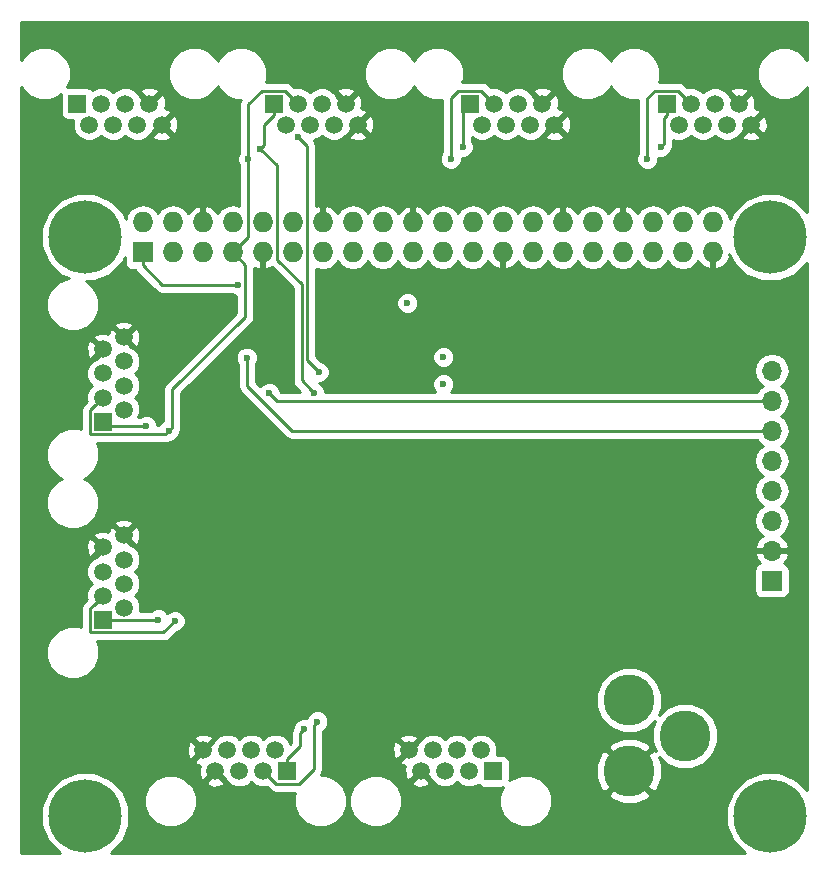
<source format=gbl>
G04 #@! TF.FileFunction,Copper,L2,Bot,Signal*
%FSLAX46Y46*%
G04 Gerber Fmt 4.6, Leading zero omitted, Abs format (unit mm)*
G04 Created by KiCad (PCBNEW 4.0.7) date Thursday, May 03, 2018 'PMt' 09:09:37 PM*
%MOMM*%
%LPD*%
G01*
G04 APERTURE LIST*
%ADD10C,0.100000*%
%ADD11C,4.318000*%
%ADD12R,1.700000X1.700000*%
%ADD13O,1.700000X1.700000*%
%ADD14C,6.200000*%
%ADD15R,1.727200X1.727200*%
%ADD16O,1.727200X1.727200*%
%ADD17R,1.500000X1.500000*%
%ADD18C,1.500000*%
%ADD19C,0.600000*%
%ADD20C,0.254000*%
G04 APERTURE END LIST*
D10*
D11*
X158877000Y-120650000D03*
X163576000Y-117650260D03*
X158877000Y-114650520D03*
D12*
X170942000Y-104521000D03*
D13*
X170942000Y-101981000D03*
X170942000Y-99441000D03*
X170942000Y-96901000D03*
X170942000Y-94361000D03*
X170942000Y-91821000D03*
X170942000Y-89281000D03*
X170942000Y-86741000D03*
D14*
X112815000Y-124460000D03*
X170815000Y-124460000D03*
X170815000Y-75460000D03*
D15*
X117685000Y-76730000D03*
D16*
X117685000Y-74190000D03*
X120225000Y-76730000D03*
X120225000Y-74190000D03*
X122765000Y-76730000D03*
X122765000Y-74190000D03*
X125305000Y-76730000D03*
X125305000Y-74190000D03*
X127845000Y-76730000D03*
X127845000Y-74190000D03*
X130385000Y-76730000D03*
X130385000Y-74190000D03*
X132925000Y-76730000D03*
X132925000Y-74190000D03*
X135465000Y-76730000D03*
X135465000Y-74190000D03*
X138005000Y-76730000D03*
X138005000Y-74190000D03*
X140545000Y-76730000D03*
X140545000Y-74190000D03*
X143085000Y-76730000D03*
X143085000Y-74190000D03*
X145625000Y-76730000D03*
X145625000Y-74190000D03*
X148165000Y-76730000D03*
X148165000Y-74190000D03*
X150705000Y-76730000D03*
X150705000Y-74190000D03*
X153245000Y-76730000D03*
X153245000Y-74190000D03*
X155785000Y-76730000D03*
X155785000Y-74190000D03*
X158325000Y-76730000D03*
X158325000Y-74190000D03*
X160865000Y-76730000D03*
X160865000Y-74190000D03*
X163405000Y-76730000D03*
X163405000Y-74190000D03*
X165945000Y-76730000D03*
X165945000Y-74190000D03*
D14*
X112815000Y-75460000D03*
D17*
X162040000Y-64135000D03*
D18*
X163060000Y-65915000D03*
X164080000Y-64135000D03*
X165100000Y-65915000D03*
X166120000Y-64135000D03*
X167140000Y-65915000D03*
X168160000Y-64135000D03*
X169180000Y-65915000D03*
D17*
X145395000Y-64135000D03*
D18*
X146415000Y-65915000D03*
X147435000Y-64135000D03*
X148455000Y-65915000D03*
X149475000Y-64135000D03*
X150495000Y-65915000D03*
X151515000Y-64135000D03*
X152535000Y-65915000D03*
D17*
X128758000Y-64133000D03*
D18*
X129778000Y-65913000D03*
X130798000Y-64133000D03*
X131818000Y-65913000D03*
X132838000Y-64133000D03*
X133858000Y-65913000D03*
X134878000Y-64133000D03*
X135898000Y-65913000D03*
D17*
X112129000Y-64133000D03*
D18*
X113149000Y-65913000D03*
X114169000Y-64133000D03*
X115189000Y-65913000D03*
X116209000Y-64133000D03*
X117229000Y-65913000D03*
X118249000Y-64133000D03*
X119269000Y-65913000D03*
D17*
X114298000Y-91071000D03*
D18*
X116078000Y-90051000D03*
X114298000Y-89031000D03*
X116078000Y-88011000D03*
X114298000Y-86991000D03*
X116078000Y-85971000D03*
X114298000Y-84951000D03*
X116078000Y-83931000D03*
D17*
X114298000Y-107843000D03*
D18*
X116078000Y-106823000D03*
X114298000Y-105803000D03*
X116078000Y-104783000D03*
X114298000Y-103763000D03*
X116078000Y-102743000D03*
X114298000Y-101723000D03*
X116078000Y-100703000D03*
D17*
X129933000Y-120652000D03*
D18*
X128913000Y-118872000D03*
X127893000Y-120652000D03*
X126873000Y-118872000D03*
X125853000Y-120652000D03*
X124833000Y-118872000D03*
X123813000Y-120652000D03*
X122793000Y-118872000D03*
D17*
X147334000Y-120652000D03*
D18*
X146314000Y-118872000D03*
X145294000Y-120652000D03*
X144274000Y-118872000D03*
X143254000Y-120652000D03*
X142234000Y-118872000D03*
X141214000Y-120652000D03*
X140194000Y-118872000D03*
D19*
X128905000Y-82550000D03*
X132207000Y-88653990D03*
X161544000Y-67818000D03*
X144780000Y-67818000D03*
X127635000Y-67945000D03*
X117983000Y-91440000D03*
X118999000Y-107823000D03*
X131318000Y-117094000D03*
X132588000Y-86860932D03*
X130855001Y-66990001D03*
X160401000Y-68834000D03*
X143764000Y-68834000D03*
X126619000Y-68834000D03*
X119888000Y-91821000D03*
X120396000Y-107950000D03*
X132461000Y-116459000D03*
X143129000Y-87884000D03*
X143129000Y-85598000D03*
X140081000Y-81026000D03*
X125737990Y-79502000D03*
X126492000Y-85648800D03*
X128397000Y-88646000D03*
D20*
X127635000Y-67945000D02*
X129035601Y-69345601D01*
X129035601Y-69345601D02*
X129035601Y-77346601D01*
X129035601Y-77346601D02*
X131121590Y-79432590D01*
X131121590Y-79432590D02*
X131121590Y-87568580D01*
X131121590Y-87568580D02*
X131907001Y-88353991D01*
X131907001Y-88353991D02*
X132207000Y-88653990D01*
X161544000Y-67818000D02*
X161843999Y-67518001D01*
X161843999Y-67518001D02*
X161843999Y-65335001D01*
X161843999Y-65335001D02*
X162040000Y-65139000D01*
X162040000Y-65139000D02*
X162040000Y-64135000D01*
X144780000Y-67818000D02*
X144780000Y-64750000D01*
X144780000Y-64750000D02*
X145395000Y-64135000D01*
X127635000Y-67945000D02*
X127934999Y-67645001D01*
X127934999Y-67645001D02*
X127934999Y-65960001D01*
X127934999Y-65960001D02*
X128758000Y-65137000D01*
X128758000Y-65137000D02*
X128758000Y-64133000D01*
X117983000Y-91440000D02*
X114667000Y-91440000D01*
X114667000Y-91440000D02*
X114298000Y-91071000D01*
X118999000Y-107823000D02*
X118574736Y-107823000D01*
X115302000Y-107843000D02*
X114298000Y-107843000D01*
X118574736Y-107823000D02*
X118497735Y-107900001D01*
X118497735Y-107900001D02*
X115359001Y-107900001D01*
X115359001Y-107900001D02*
X115302000Y-107843000D01*
X131318000Y-117094000D02*
X131018001Y-117393999D01*
X131018001Y-117393999D02*
X131018001Y-118562999D01*
X131018001Y-118562999D02*
X129933000Y-119648000D01*
X129933000Y-119648000D02*
X129933000Y-120652000D01*
X131575601Y-85848533D02*
X132588000Y-86860932D01*
X130855001Y-66990001D02*
X131575601Y-67710601D01*
X131575601Y-67710601D02*
X131575601Y-85848533D01*
X120187999Y-91521001D02*
X120187999Y-88346001D01*
X126365000Y-82169000D02*
X126365000Y-77790000D01*
X119888000Y-91821000D02*
X120187999Y-91521001D01*
X120187999Y-88346001D02*
X126365000Y-82169000D01*
X126365000Y-77790000D02*
X125305000Y-76730000D01*
X126619000Y-68834000D02*
X126619000Y-75416000D01*
X126619000Y-75416000D02*
X125305000Y-76730000D01*
X160401000Y-68834000D02*
X160401000Y-63685398D01*
X161028399Y-63057999D02*
X163002999Y-63057999D01*
X160401000Y-63685398D02*
X161028399Y-63057999D01*
X163002999Y-63057999D02*
X163330001Y-63385001D01*
X163330001Y-63385001D02*
X164080000Y-64135000D01*
X143764000Y-68834000D02*
X143764000Y-63677398D01*
X143764000Y-63677398D02*
X144383399Y-63057999D01*
X144383399Y-63057999D02*
X146357999Y-63057999D01*
X146357999Y-63057999D02*
X146685001Y-63385001D01*
X146685001Y-63385001D02*
X147435000Y-64135000D01*
X126619000Y-68834000D02*
X126619000Y-64183398D01*
X126619000Y-64183398D02*
X127746399Y-63055999D01*
X127746399Y-63055999D02*
X129720999Y-63055999D01*
X129720999Y-63055999D02*
X130048001Y-63383001D01*
X130048001Y-63383001D02*
X130798000Y-64133000D01*
X119888000Y-91821000D02*
X119560999Y-92148001D01*
X113548001Y-89780999D02*
X114298000Y-89031000D01*
X119560999Y-92148001D02*
X113286399Y-92148001D01*
X113286399Y-92148001D02*
X113220999Y-92082601D01*
X113220999Y-92082601D02*
X113220999Y-90108001D01*
X113220999Y-90108001D02*
X113548001Y-89780999D01*
X120396000Y-107950000D02*
X119425999Y-108920001D01*
X119425999Y-108920001D02*
X113286399Y-108920001D01*
X113286399Y-108920001D02*
X113220999Y-108854601D01*
X113220999Y-108854601D02*
X113220999Y-106880001D01*
X113220999Y-106880001D02*
X113548001Y-106552999D01*
X113548001Y-106552999D02*
X114298000Y-105803000D01*
X132461000Y-116459000D02*
X132161001Y-116758999D01*
X132161001Y-116758999D02*
X132161001Y-120512601D01*
X132161001Y-120512601D02*
X130944601Y-121729001D01*
X130944601Y-121729001D02*
X128970001Y-121729001D01*
X128970001Y-121729001D02*
X128642999Y-121401999D01*
X128642999Y-121401999D02*
X127893000Y-120652000D01*
X119339400Y-79502000D02*
X125313726Y-79502000D01*
X125313726Y-79502000D02*
X125737990Y-79502000D01*
X117685000Y-76730000D02*
X117685000Y-77847600D01*
X117685000Y-77847600D02*
X119339400Y-79502000D01*
X130302000Y-91821000D02*
X126492000Y-88011000D01*
X126492000Y-88011000D02*
X126492000Y-85648800D01*
X170942000Y-91821000D02*
X130302000Y-91821000D01*
X170942000Y-89281000D02*
X129032000Y-89281000D01*
X129032000Y-89281000D02*
X128397000Y-88646000D01*
G36*
X173915000Y-60473794D02*
X173855845Y-60330628D01*
X173227679Y-59701364D01*
X172406519Y-59360389D01*
X171517381Y-59359613D01*
X170695628Y-59699155D01*
X170066364Y-60327321D01*
X169725389Y-61148481D01*
X169724613Y-62037619D01*
X170064155Y-62859372D01*
X170692321Y-63488636D01*
X171513481Y-63829611D01*
X172402619Y-63830387D01*
X173224372Y-63490845D01*
X173853636Y-62862679D01*
X173915000Y-62714898D01*
X173915000Y-73278712D01*
X172933470Y-72295467D01*
X171561197Y-71725650D01*
X170075322Y-71724353D01*
X168702056Y-72291775D01*
X167650467Y-73341530D01*
X167400440Y-73943662D01*
X167329526Y-73587152D01*
X167004670Y-73100971D01*
X166518489Y-72776115D01*
X165945000Y-72662041D01*
X165371511Y-72776115D01*
X164885330Y-73100971D01*
X164675000Y-73415752D01*
X164464670Y-73100971D01*
X163978489Y-72776115D01*
X163405000Y-72662041D01*
X162831511Y-72776115D01*
X162345330Y-73100971D01*
X162135000Y-73415752D01*
X161924670Y-73100971D01*
X161438489Y-72776115D01*
X160865000Y-72662041D01*
X160291511Y-72776115D01*
X159805330Y-73100971D01*
X159589336Y-73424228D01*
X159531821Y-73301510D01*
X159099947Y-72907312D01*
X158684026Y-72735042D01*
X158452000Y-72856183D01*
X158452000Y-74063000D01*
X158472000Y-74063000D01*
X158472000Y-74317000D01*
X158452000Y-74317000D01*
X158452000Y-74337000D01*
X158198000Y-74337000D01*
X158198000Y-74317000D01*
X158178000Y-74317000D01*
X158178000Y-74063000D01*
X158198000Y-74063000D01*
X158198000Y-72856183D01*
X157965974Y-72735042D01*
X157550053Y-72907312D01*
X157118179Y-73301510D01*
X157060664Y-73424228D01*
X156844670Y-73100971D01*
X156358489Y-72776115D01*
X155785000Y-72662041D01*
X155211511Y-72776115D01*
X154725330Y-73100971D01*
X154509336Y-73424228D01*
X154451821Y-73301510D01*
X154019947Y-72907312D01*
X153604026Y-72735042D01*
X153372000Y-72856183D01*
X153372000Y-74063000D01*
X153392000Y-74063000D01*
X153392000Y-74317000D01*
X153372000Y-74317000D01*
X153372000Y-74337000D01*
X153118000Y-74337000D01*
X153118000Y-74317000D01*
X153098000Y-74317000D01*
X153098000Y-74063000D01*
X153118000Y-74063000D01*
X153118000Y-72856183D01*
X152885974Y-72735042D01*
X152470053Y-72907312D01*
X152038179Y-73301510D01*
X151980664Y-73424228D01*
X151764670Y-73100971D01*
X151278489Y-72776115D01*
X150705000Y-72662041D01*
X150131511Y-72776115D01*
X149645330Y-73100971D01*
X149435000Y-73415752D01*
X149224670Y-73100971D01*
X148738489Y-72776115D01*
X148165000Y-72662041D01*
X147591511Y-72776115D01*
X147105330Y-73100971D01*
X146895000Y-73415752D01*
X146684670Y-73100971D01*
X146198489Y-72776115D01*
X145625000Y-72662041D01*
X145051511Y-72776115D01*
X144565330Y-73100971D01*
X144355000Y-73415752D01*
X144144670Y-73100971D01*
X143658489Y-72776115D01*
X143085000Y-72662041D01*
X142511511Y-72776115D01*
X142025330Y-73100971D01*
X141809336Y-73424228D01*
X141751821Y-73301510D01*
X141319947Y-72907312D01*
X140904026Y-72735042D01*
X140672000Y-72856183D01*
X140672000Y-74063000D01*
X140692000Y-74063000D01*
X140692000Y-74317000D01*
X140672000Y-74317000D01*
X140672000Y-74337000D01*
X140418000Y-74337000D01*
X140418000Y-74317000D01*
X140398000Y-74317000D01*
X140398000Y-74063000D01*
X140418000Y-74063000D01*
X140418000Y-72856183D01*
X140185974Y-72735042D01*
X139770053Y-72907312D01*
X139338179Y-73301510D01*
X139280664Y-73424228D01*
X139064670Y-73100971D01*
X138578489Y-72776115D01*
X138005000Y-72662041D01*
X137431511Y-72776115D01*
X136945330Y-73100971D01*
X136735000Y-73415752D01*
X136524670Y-73100971D01*
X136038489Y-72776115D01*
X135465000Y-72662041D01*
X134891511Y-72776115D01*
X134405330Y-73100971D01*
X134189336Y-73424228D01*
X134131821Y-73301510D01*
X133699947Y-72907312D01*
X133284026Y-72735042D01*
X133052000Y-72856183D01*
X133052000Y-74063000D01*
X133072000Y-74063000D01*
X133072000Y-74317000D01*
X133052000Y-74317000D01*
X133052000Y-74337000D01*
X132798000Y-74337000D01*
X132798000Y-74317000D01*
X132778000Y-74317000D01*
X132778000Y-74063000D01*
X132798000Y-74063000D01*
X132798000Y-72856183D01*
X132565974Y-72735042D01*
X132337601Y-72829632D01*
X132337601Y-67710601D01*
X132279597Y-67418996D01*
X132271037Y-67406185D01*
X132175842Y-67263715D01*
X132601515Y-67087831D01*
X132838071Y-66851687D01*
X133072436Y-67086461D01*
X133581298Y-67297759D01*
X134132285Y-67298240D01*
X134641515Y-67087831D01*
X134845183Y-66884517D01*
X135106088Y-66884517D01*
X135174077Y-67125460D01*
X135693171Y-67310201D01*
X136243448Y-67282230D01*
X136621923Y-67125460D01*
X136689912Y-66884517D01*
X135898000Y-66092605D01*
X135106088Y-66884517D01*
X134845183Y-66884517D01*
X135031461Y-66698564D01*
X135101497Y-66529898D01*
X135718395Y-65913000D01*
X136077605Y-65913000D01*
X136869517Y-66704912D01*
X137110460Y-66636923D01*
X137295201Y-66117829D01*
X137267230Y-65567552D01*
X137110460Y-65189077D01*
X136869517Y-65121088D01*
X136077605Y-65913000D01*
X135718395Y-65913000D01*
X135704253Y-65898858D01*
X135883858Y-65719253D01*
X135898000Y-65733395D01*
X136689912Y-64941483D01*
X136621923Y-64700540D01*
X136199605Y-64550241D01*
X136275201Y-64337829D01*
X136247230Y-63787552D01*
X136090460Y-63409077D01*
X135849517Y-63341088D01*
X135057605Y-64133000D01*
X135071748Y-64147143D01*
X134892143Y-64326748D01*
X134878000Y-64312605D01*
X134863858Y-64326748D01*
X134684253Y-64147143D01*
X134698395Y-64133000D01*
X134081801Y-63516406D01*
X134012831Y-63349485D01*
X133825157Y-63161483D01*
X134086088Y-63161483D01*
X134878000Y-63953395D01*
X135669912Y-63161483D01*
X135601923Y-62920540D01*
X135082829Y-62735799D01*
X134532552Y-62763770D01*
X134154077Y-62920540D01*
X134086088Y-63161483D01*
X133825157Y-63161483D01*
X133623564Y-62959539D01*
X133114702Y-62748241D01*
X132563715Y-62747760D01*
X132054485Y-62958169D01*
X131817929Y-63194313D01*
X131583564Y-62959539D01*
X131074702Y-62748241D01*
X130523715Y-62747760D01*
X130500134Y-62757503D01*
X130259814Y-62517184D01*
X130012604Y-62352003D01*
X129720999Y-62293999D01*
X128106942Y-62293999D01*
X128212611Y-62039519D01*
X128212614Y-62035619D01*
X136442613Y-62035619D01*
X136782155Y-62857372D01*
X137410321Y-63486636D01*
X138231481Y-63827611D01*
X139120619Y-63828387D01*
X139942372Y-63488845D01*
X140571636Y-62860679D01*
X140645848Y-62681956D01*
X140719155Y-62859372D01*
X141347321Y-63488636D01*
X142168481Y-63829611D01*
X143002000Y-63830338D01*
X143002000Y-68273534D01*
X142971808Y-68303673D01*
X142829162Y-68647201D01*
X142828838Y-69019167D01*
X142970883Y-69362943D01*
X143233673Y-69626192D01*
X143577201Y-69768838D01*
X143949167Y-69769162D01*
X144292943Y-69627117D01*
X144556192Y-69364327D01*
X144698838Y-69020799D01*
X144699071Y-68752930D01*
X144965167Y-68753162D01*
X145308943Y-68611117D01*
X145572192Y-68348327D01*
X145714838Y-68004799D01*
X145715162Y-67632833D01*
X145573117Y-67289057D01*
X145542000Y-67257886D01*
X145542000Y-67000872D01*
X145629436Y-67088461D01*
X146138298Y-67299759D01*
X146689285Y-67300240D01*
X147198515Y-67089831D01*
X147435071Y-66853687D01*
X147669436Y-67088461D01*
X148178298Y-67299759D01*
X148729285Y-67300240D01*
X149238515Y-67089831D01*
X149475071Y-66853687D01*
X149709436Y-67088461D01*
X150218298Y-67299759D01*
X150769285Y-67300240D01*
X151278515Y-67089831D01*
X151482183Y-66886517D01*
X151743088Y-66886517D01*
X151811077Y-67127460D01*
X152330171Y-67312201D01*
X152880448Y-67284230D01*
X153258923Y-67127460D01*
X153326912Y-66886517D01*
X152535000Y-66094605D01*
X151743088Y-66886517D01*
X151482183Y-66886517D01*
X151668461Y-66700564D01*
X151738497Y-66531898D01*
X152355395Y-65915000D01*
X152714605Y-65915000D01*
X153506517Y-66706912D01*
X153747460Y-66638923D01*
X153932201Y-66119829D01*
X153904230Y-65569552D01*
X153747460Y-65191077D01*
X153506517Y-65123088D01*
X152714605Y-65915000D01*
X152355395Y-65915000D01*
X152341253Y-65900858D01*
X152520858Y-65721253D01*
X152535000Y-65735395D01*
X153326912Y-64943483D01*
X153258923Y-64702540D01*
X152836605Y-64552241D01*
X152912201Y-64339829D01*
X152884230Y-63789552D01*
X152727460Y-63411077D01*
X152486517Y-63343088D01*
X151694605Y-64135000D01*
X151708748Y-64149143D01*
X151529143Y-64328748D01*
X151515000Y-64314605D01*
X151500858Y-64328748D01*
X151321253Y-64149143D01*
X151335395Y-64135000D01*
X150718801Y-63518406D01*
X150649831Y-63351485D01*
X150462157Y-63163483D01*
X150723088Y-63163483D01*
X151515000Y-63955395D01*
X152306912Y-63163483D01*
X152238923Y-62922540D01*
X151719829Y-62737799D01*
X151169552Y-62765770D01*
X150791077Y-62922540D01*
X150723088Y-63163483D01*
X150462157Y-63163483D01*
X150260564Y-62961539D01*
X149751702Y-62750241D01*
X149200715Y-62749760D01*
X148691485Y-62960169D01*
X148454929Y-63196313D01*
X148220564Y-62961539D01*
X147711702Y-62750241D01*
X147160715Y-62749760D01*
X147137134Y-62759503D01*
X146896814Y-62519184D01*
X146893821Y-62517184D01*
X146649604Y-62354003D01*
X146357999Y-62295999D01*
X144743942Y-62295999D01*
X144849611Y-62041519D01*
X144849614Y-62037619D01*
X153079613Y-62037619D01*
X153419155Y-62859372D01*
X154047321Y-63488636D01*
X154868481Y-63829611D01*
X155757619Y-63830387D01*
X156579372Y-63490845D01*
X157208636Y-62862679D01*
X157287272Y-62673302D01*
X157364155Y-62859372D01*
X157992321Y-63488636D01*
X158813481Y-63829611D01*
X159639000Y-63830331D01*
X159639000Y-68273534D01*
X159608808Y-68303673D01*
X159466162Y-68647201D01*
X159465838Y-69019167D01*
X159607883Y-69362943D01*
X159870673Y-69626192D01*
X160214201Y-69768838D01*
X160586167Y-69769162D01*
X160929943Y-69627117D01*
X161193192Y-69364327D01*
X161335838Y-69020799D01*
X161336079Y-68744067D01*
X161357201Y-68752838D01*
X161729167Y-68753162D01*
X162072943Y-68611117D01*
X162336192Y-68348327D01*
X162478838Y-68004799D01*
X162478918Y-67912987D01*
X162542386Y-67818000D01*
X162547995Y-67809606D01*
X162605999Y-67518001D01*
X162605999Y-67226138D01*
X162783298Y-67299759D01*
X163334285Y-67300240D01*
X163843515Y-67089831D01*
X164080071Y-66853687D01*
X164314436Y-67088461D01*
X164823298Y-67299759D01*
X165374285Y-67300240D01*
X165883515Y-67089831D01*
X166120071Y-66853687D01*
X166354436Y-67088461D01*
X166863298Y-67299759D01*
X167414285Y-67300240D01*
X167923515Y-67089831D01*
X168127183Y-66886517D01*
X168388088Y-66886517D01*
X168456077Y-67127460D01*
X168975171Y-67312201D01*
X169525448Y-67284230D01*
X169903923Y-67127460D01*
X169971912Y-66886517D01*
X169180000Y-66094605D01*
X168388088Y-66886517D01*
X168127183Y-66886517D01*
X168313461Y-66700564D01*
X168383497Y-66531898D01*
X169000395Y-65915000D01*
X169359605Y-65915000D01*
X170151517Y-66706912D01*
X170392460Y-66638923D01*
X170577201Y-66119829D01*
X170549230Y-65569552D01*
X170392460Y-65191077D01*
X170151517Y-65123088D01*
X169359605Y-65915000D01*
X169000395Y-65915000D01*
X168986253Y-65900858D01*
X169165858Y-65721253D01*
X169180000Y-65735395D01*
X169971912Y-64943483D01*
X169903923Y-64702540D01*
X169481605Y-64552241D01*
X169557201Y-64339829D01*
X169529230Y-63789552D01*
X169372460Y-63411077D01*
X169131517Y-63343088D01*
X168339605Y-64135000D01*
X168353748Y-64149143D01*
X168174143Y-64328748D01*
X168160000Y-64314605D01*
X168145858Y-64328748D01*
X167966253Y-64149143D01*
X167980395Y-64135000D01*
X167363801Y-63518406D01*
X167294831Y-63351485D01*
X167107157Y-63163483D01*
X167368088Y-63163483D01*
X168160000Y-63955395D01*
X168951912Y-63163483D01*
X168883923Y-62922540D01*
X168364829Y-62737799D01*
X167814552Y-62765770D01*
X167436077Y-62922540D01*
X167368088Y-63163483D01*
X167107157Y-63163483D01*
X166905564Y-62961539D01*
X166396702Y-62750241D01*
X165845715Y-62749760D01*
X165336485Y-62960169D01*
X165099929Y-63196313D01*
X164865564Y-62961539D01*
X164356702Y-62750241D01*
X163805715Y-62749760D01*
X163782134Y-62759503D01*
X163541814Y-62519184D01*
X163538821Y-62517184D01*
X163294604Y-62354003D01*
X163002999Y-62295999D01*
X161388942Y-62295999D01*
X161494611Y-62041519D01*
X161495387Y-61152381D01*
X161155845Y-60330628D01*
X160527679Y-59701364D01*
X159706519Y-59360389D01*
X158817381Y-59359613D01*
X157995628Y-59699155D01*
X157366364Y-60327321D01*
X157287728Y-60516698D01*
X157210845Y-60330628D01*
X156582679Y-59701364D01*
X155761519Y-59360389D01*
X154872381Y-59359613D01*
X154050628Y-59699155D01*
X153421364Y-60327321D01*
X153080389Y-61148481D01*
X153079613Y-62037619D01*
X144849614Y-62037619D01*
X144850387Y-61152381D01*
X144510845Y-60330628D01*
X143882679Y-59701364D01*
X143061519Y-59360389D01*
X142172381Y-59359613D01*
X141350628Y-59699155D01*
X140721364Y-60327321D01*
X140647152Y-60506044D01*
X140573845Y-60328628D01*
X139945679Y-59699364D01*
X139124519Y-59358389D01*
X138235381Y-59357613D01*
X137413628Y-59697155D01*
X136784364Y-60325321D01*
X136443389Y-61146481D01*
X136442613Y-62035619D01*
X128212614Y-62035619D01*
X128213387Y-61150381D01*
X127873845Y-60328628D01*
X127245679Y-59699364D01*
X126424519Y-59358389D01*
X125535381Y-59357613D01*
X124713628Y-59697155D01*
X124084364Y-60325321D01*
X124013748Y-60495385D01*
X123944845Y-60328628D01*
X123316679Y-59699364D01*
X122495519Y-59358389D01*
X121606381Y-59357613D01*
X120784628Y-59697155D01*
X120155364Y-60325321D01*
X119814389Y-61146481D01*
X119813613Y-62035619D01*
X120153155Y-62857372D01*
X120781321Y-63486636D01*
X121602481Y-63827611D01*
X122491619Y-63828387D01*
X123313372Y-63488845D01*
X123942636Y-62860679D01*
X124013252Y-62690615D01*
X124082155Y-62857372D01*
X124710321Y-63486636D01*
X125531481Y-63827611D01*
X125957641Y-63827983D01*
X125915004Y-63891793D01*
X125857000Y-64183398D01*
X125857000Y-68273534D01*
X125826808Y-68303673D01*
X125684162Y-68647201D01*
X125683838Y-69019167D01*
X125825883Y-69362943D01*
X125857000Y-69394114D01*
X125857000Y-72771841D01*
X125305000Y-72662041D01*
X124731511Y-72776115D01*
X124245330Y-73100971D01*
X124029336Y-73424228D01*
X123971821Y-73301510D01*
X123539947Y-72907312D01*
X123124026Y-72735042D01*
X122892000Y-72856183D01*
X122892000Y-74063000D01*
X122912000Y-74063000D01*
X122912000Y-74317000D01*
X122892000Y-74317000D01*
X122892000Y-74337000D01*
X122638000Y-74337000D01*
X122638000Y-74317000D01*
X122618000Y-74317000D01*
X122618000Y-74063000D01*
X122638000Y-74063000D01*
X122638000Y-72856183D01*
X122405974Y-72735042D01*
X121990053Y-72907312D01*
X121558179Y-73301510D01*
X121500664Y-73424228D01*
X121284670Y-73100971D01*
X120798489Y-72776115D01*
X120225000Y-72662041D01*
X119651511Y-72776115D01*
X119165330Y-73100971D01*
X118955000Y-73415752D01*
X118744670Y-73100971D01*
X118258489Y-72776115D01*
X117685000Y-72662041D01*
X117111511Y-72776115D01*
X116625330Y-73100971D01*
X116300474Y-73587152D01*
X116229618Y-73943372D01*
X115983225Y-73347056D01*
X114933470Y-72295467D01*
X113561197Y-71725650D01*
X112075322Y-71724353D01*
X110702056Y-72291775D01*
X109650467Y-73341530D01*
X109080650Y-74713803D01*
X109079353Y-76199678D01*
X109646775Y-77572944D01*
X110696530Y-78624533D01*
X111397702Y-78915685D01*
X111315381Y-78915613D01*
X110493628Y-79255155D01*
X109864364Y-79883321D01*
X109523389Y-80704481D01*
X109522613Y-81593619D01*
X109862155Y-82415372D01*
X110490321Y-83044636D01*
X111311481Y-83385611D01*
X112200619Y-83386387D01*
X113022372Y-83046845D01*
X113109886Y-82959483D01*
X115286088Y-82959483D01*
X116078000Y-83751395D01*
X116869912Y-82959483D01*
X116801923Y-82718540D01*
X116282829Y-82533799D01*
X115732552Y-82561770D01*
X115354077Y-82718540D01*
X115286088Y-82959483D01*
X113109886Y-82959483D01*
X113651636Y-82418679D01*
X113992611Y-81597519D01*
X113993387Y-80708381D01*
X113653845Y-79886628D01*
X113025679Y-79257364D01*
X112875620Y-79195054D01*
X113554678Y-79195647D01*
X114927944Y-78628225D01*
X115979533Y-77578470D01*
X116173960Y-77110237D01*
X116173960Y-77593600D01*
X116218238Y-77828917D01*
X116357310Y-78045041D01*
X116569510Y-78190031D01*
X116821400Y-78241040D01*
X117049048Y-78241040D01*
X117107698Y-78328815D01*
X117146185Y-78386415D01*
X118800585Y-80040815D01*
X119047795Y-80205996D01*
X119339400Y-80264000D01*
X125177524Y-80264000D01*
X125207663Y-80294192D01*
X125551191Y-80436838D01*
X125603000Y-80436883D01*
X125603000Y-81853369D01*
X119649184Y-87807186D01*
X119484003Y-88054396D01*
X119425999Y-88346001D01*
X119425999Y-91000223D01*
X119359057Y-91027883D01*
X119095808Y-91290673D01*
X119056224Y-91386001D01*
X118918048Y-91386001D01*
X118918162Y-91254833D01*
X118776117Y-90911057D01*
X118513327Y-90647808D01*
X118169799Y-90505162D01*
X117797833Y-90504838D01*
X117454057Y-90646883D01*
X117422886Y-90678000D01*
X117317303Y-90678000D01*
X117462759Y-90327702D01*
X117463240Y-89776715D01*
X117252831Y-89267485D01*
X117016687Y-89030929D01*
X117251461Y-88796564D01*
X117462759Y-88287702D01*
X117463240Y-87736715D01*
X117252831Y-87227485D01*
X117016687Y-86990929D01*
X117251461Y-86756564D01*
X117462759Y-86247702D01*
X117463240Y-85696715D01*
X117252831Y-85187485D01*
X116863564Y-84797539D01*
X116694898Y-84727503D01*
X116078000Y-84110605D01*
X116063858Y-84124748D01*
X115884253Y-83945143D01*
X115898395Y-83931000D01*
X116257605Y-83931000D01*
X117049517Y-84722912D01*
X117290460Y-84654923D01*
X117475201Y-84135829D01*
X117447230Y-83585552D01*
X117290460Y-83207077D01*
X117049517Y-83139088D01*
X116257605Y-83931000D01*
X115898395Y-83931000D01*
X115106483Y-83139088D01*
X114865540Y-83207077D01*
X114715241Y-83629395D01*
X114502829Y-83553799D01*
X113952552Y-83581770D01*
X113574077Y-83738540D01*
X113506088Y-83979483D01*
X114298000Y-84771395D01*
X114312143Y-84757253D01*
X114491748Y-84936858D01*
X114477605Y-84951000D01*
X114491748Y-84965143D01*
X114312143Y-85144748D01*
X114298000Y-85130605D01*
X113681406Y-85747199D01*
X113514485Y-85816169D01*
X113124539Y-86205436D01*
X112913241Y-86714298D01*
X112912760Y-87265285D01*
X113123169Y-87774515D01*
X113359313Y-88011071D01*
X113124539Y-88245436D01*
X112913241Y-88754298D01*
X112912760Y-89305285D01*
X112922503Y-89328866D01*
X112682184Y-89569186D01*
X112517003Y-89816396D01*
X112458999Y-90108001D01*
X112458999Y-91722058D01*
X112204519Y-91616389D01*
X111315381Y-91615613D01*
X110493628Y-91955155D01*
X109864364Y-92583321D01*
X109523389Y-93404481D01*
X109522613Y-94293619D01*
X109862155Y-95115372D01*
X110490321Y-95744636D01*
X110833001Y-95886929D01*
X110493628Y-96027155D01*
X109864364Y-96655321D01*
X109523389Y-97476481D01*
X109522613Y-98365619D01*
X109862155Y-99187372D01*
X110490321Y-99816636D01*
X111311481Y-100157611D01*
X112200619Y-100158387D01*
X113022372Y-99818845D01*
X113109886Y-99731483D01*
X115286088Y-99731483D01*
X116078000Y-100523395D01*
X116869912Y-99731483D01*
X116801923Y-99490540D01*
X116282829Y-99305799D01*
X115732552Y-99333770D01*
X115354077Y-99490540D01*
X115286088Y-99731483D01*
X113109886Y-99731483D01*
X113651636Y-99190679D01*
X113992611Y-98369519D01*
X113993387Y-97480381D01*
X113653845Y-96658628D01*
X113025679Y-96029364D01*
X112682999Y-95887071D01*
X113022372Y-95746845D01*
X113651636Y-95118679D01*
X113992611Y-94297519D01*
X113993387Y-93408381D01*
X113787460Y-92910001D01*
X119560999Y-92910001D01*
X119852604Y-92851997D01*
X119996131Y-92756095D01*
X120073167Y-92756162D01*
X120416943Y-92614117D01*
X120680192Y-92351327D01*
X120822838Y-92007799D01*
X120822918Y-91915987D01*
X120825833Y-91911624D01*
X120891995Y-91812606D01*
X120949999Y-91521001D01*
X120949999Y-88661631D01*
X126903816Y-82707815D01*
X127068997Y-82460604D01*
X127127000Y-82169000D01*
X127127000Y-78036275D01*
X127485974Y-78184958D01*
X127718000Y-78063817D01*
X127718000Y-76857000D01*
X127698000Y-76857000D01*
X127698000Y-76603000D01*
X127718000Y-76603000D01*
X127718000Y-76583000D01*
X127972000Y-76583000D01*
X127972000Y-76603000D01*
X127992000Y-76603000D01*
X127992000Y-76857000D01*
X127972000Y-76857000D01*
X127972000Y-78063817D01*
X128204026Y-78184958D01*
X128619947Y-78012688D01*
X128622096Y-78010726D01*
X130359590Y-79748220D01*
X130359590Y-87568580D01*
X130417594Y-87860185D01*
X130472264Y-87942004D01*
X130582775Y-88107395D01*
X130994380Y-88519000D01*
X129347631Y-88519000D01*
X129332125Y-88503494D01*
X129332162Y-88460833D01*
X129190117Y-88117057D01*
X128927327Y-87853808D01*
X128583799Y-87711162D01*
X128211833Y-87710838D01*
X127868057Y-87852883D01*
X127639586Y-88080956D01*
X127254000Y-87695370D01*
X127254000Y-86209266D01*
X127284192Y-86179127D01*
X127426838Y-85835599D01*
X127427162Y-85463633D01*
X127285117Y-85119857D01*
X127022327Y-84856608D01*
X126678799Y-84713962D01*
X126306833Y-84713638D01*
X125963057Y-84855683D01*
X125699808Y-85118473D01*
X125557162Y-85462001D01*
X125556838Y-85833967D01*
X125698883Y-86177743D01*
X125730000Y-86208914D01*
X125730000Y-88011000D01*
X125788004Y-88302605D01*
X125893729Y-88460833D01*
X125953185Y-88549815D01*
X129763185Y-92359816D01*
X129882600Y-92439606D01*
X130010395Y-92524996D01*
X130302000Y-92583000D01*
X169670382Y-92583000D01*
X169862853Y-92871054D01*
X170192026Y-93091000D01*
X169862853Y-93310946D01*
X169540946Y-93792715D01*
X169427907Y-94361000D01*
X169540946Y-94929285D01*
X169862853Y-95411054D01*
X170192026Y-95631000D01*
X169862853Y-95850946D01*
X169540946Y-96332715D01*
X169427907Y-96901000D01*
X169540946Y-97469285D01*
X169862853Y-97951054D01*
X170192026Y-98171000D01*
X169862853Y-98390946D01*
X169540946Y-98872715D01*
X169427907Y-99441000D01*
X169540946Y-100009285D01*
X169862853Y-100491054D01*
X170203553Y-100718702D01*
X170060642Y-100785817D01*
X169670355Y-101214076D01*
X169500524Y-101624110D01*
X169621845Y-101854000D01*
X170815000Y-101854000D01*
X170815000Y-101834000D01*
X171069000Y-101834000D01*
X171069000Y-101854000D01*
X172262155Y-101854000D01*
X172383476Y-101624110D01*
X172213645Y-101214076D01*
X171823358Y-100785817D01*
X171680447Y-100718702D01*
X172021147Y-100491054D01*
X172343054Y-100009285D01*
X172456093Y-99441000D01*
X172343054Y-98872715D01*
X172021147Y-98390946D01*
X171691974Y-98171000D01*
X172021147Y-97951054D01*
X172343054Y-97469285D01*
X172456093Y-96901000D01*
X172343054Y-96332715D01*
X172021147Y-95850946D01*
X171691974Y-95631000D01*
X172021147Y-95411054D01*
X172343054Y-94929285D01*
X172456093Y-94361000D01*
X172343054Y-93792715D01*
X172021147Y-93310946D01*
X171691974Y-93091000D01*
X172021147Y-92871054D01*
X172343054Y-92389285D01*
X172456093Y-91821000D01*
X172343054Y-91252715D01*
X172021147Y-90770946D01*
X171691974Y-90551000D01*
X172021147Y-90331054D01*
X172343054Y-89849285D01*
X172456093Y-89281000D01*
X172343054Y-88712715D01*
X172021147Y-88230946D01*
X171691974Y-88011000D01*
X172021147Y-87791054D01*
X172343054Y-87309285D01*
X172456093Y-86741000D01*
X172343054Y-86172715D01*
X172021147Y-85690946D01*
X171539378Y-85369039D01*
X170971093Y-85256000D01*
X170912907Y-85256000D01*
X170344622Y-85369039D01*
X169862853Y-85690946D01*
X169540946Y-86172715D01*
X169427907Y-86741000D01*
X169540946Y-87309285D01*
X169862853Y-87791054D01*
X170192026Y-88011000D01*
X169862853Y-88230946D01*
X169670382Y-88519000D01*
X143816336Y-88519000D01*
X143921192Y-88414327D01*
X144063838Y-88070799D01*
X144064162Y-87698833D01*
X143922117Y-87355057D01*
X143659327Y-87091808D01*
X143315799Y-86949162D01*
X142943833Y-86948838D01*
X142600057Y-87090883D01*
X142336808Y-87353673D01*
X142194162Y-87697201D01*
X142193838Y-88069167D01*
X142335883Y-88412943D01*
X142441755Y-88519000D01*
X133142118Y-88519000D01*
X133142162Y-88468823D01*
X133000117Y-88125047D01*
X132737327Y-87861798D01*
X132578687Y-87795925D01*
X132773167Y-87796094D01*
X133116943Y-87654049D01*
X133380192Y-87391259D01*
X133522838Y-87047731D01*
X133523162Y-86675765D01*
X133381117Y-86331989D01*
X133118327Y-86068740D01*
X132774799Y-85926094D01*
X132730754Y-85926056D01*
X132587865Y-85783167D01*
X142193838Y-85783167D01*
X142335883Y-86126943D01*
X142598673Y-86390192D01*
X142942201Y-86532838D01*
X143314167Y-86533162D01*
X143657943Y-86391117D01*
X143921192Y-86128327D01*
X144063838Y-85784799D01*
X144064162Y-85412833D01*
X143922117Y-85069057D01*
X143659327Y-84805808D01*
X143315799Y-84663162D01*
X142943833Y-84662838D01*
X142600057Y-84804883D01*
X142336808Y-85067673D01*
X142194162Y-85411201D01*
X142193838Y-85783167D01*
X132587865Y-85783167D01*
X132337601Y-85532903D01*
X132337601Y-81211167D01*
X139145838Y-81211167D01*
X139287883Y-81554943D01*
X139550673Y-81818192D01*
X139894201Y-81960838D01*
X140266167Y-81961162D01*
X140609943Y-81819117D01*
X140873192Y-81556327D01*
X141015838Y-81212799D01*
X141016162Y-80840833D01*
X140874117Y-80497057D01*
X140611327Y-80233808D01*
X140267799Y-80091162D01*
X139895833Y-80090838D01*
X139552057Y-80232883D01*
X139288808Y-80495673D01*
X139146162Y-80839201D01*
X139145838Y-81211167D01*
X132337601Y-81211167D01*
X132337601Y-78134591D01*
X132351511Y-78143885D01*
X132925000Y-78257959D01*
X133498489Y-78143885D01*
X133984670Y-77819029D01*
X134195000Y-77504248D01*
X134405330Y-77819029D01*
X134891511Y-78143885D01*
X135465000Y-78257959D01*
X136038489Y-78143885D01*
X136524670Y-77819029D01*
X136735000Y-77504248D01*
X136945330Y-77819029D01*
X137431511Y-78143885D01*
X138005000Y-78257959D01*
X138578489Y-78143885D01*
X139064670Y-77819029D01*
X139275000Y-77504248D01*
X139485330Y-77819029D01*
X139971511Y-78143885D01*
X140545000Y-78257959D01*
X141118489Y-78143885D01*
X141604670Y-77819029D01*
X141815000Y-77504248D01*
X142025330Y-77819029D01*
X142511511Y-78143885D01*
X143085000Y-78257959D01*
X143658489Y-78143885D01*
X144144670Y-77819029D01*
X144355000Y-77504248D01*
X144565330Y-77819029D01*
X145051511Y-78143885D01*
X145625000Y-78257959D01*
X146198489Y-78143885D01*
X146684670Y-77819029D01*
X146900664Y-77495772D01*
X146958179Y-77618490D01*
X147390053Y-78012688D01*
X147805974Y-78184958D01*
X148038000Y-78063817D01*
X148038000Y-76857000D01*
X148018000Y-76857000D01*
X148018000Y-76603000D01*
X148038000Y-76603000D01*
X148038000Y-76583000D01*
X148292000Y-76583000D01*
X148292000Y-76603000D01*
X148312000Y-76603000D01*
X148312000Y-76857000D01*
X148292000Y-76857000D01*
X148292000Y-78063817D01*
X148524026Y-78184958D01*
X148939947Y-78012688D01*
X149371821Y-77618490D01*
X149429336Y-77495772D01*
X149645330Y-77819029D01*
X150131511Y-78143885D01*
X150705000Y-78257959D01*
X151278489Y-78143885D01*
X151764670Y-77819029D01*
X151975000Y-77504248D01*
X152185330Y-77819029D01*
X152671511Y-78143885D01*
X153245000Y-78257959D01*
X153818489Y-78143885D01*
X154304670Y-77819029D01*
X154515000Y-77504248D01*
X154725330Y-77819029D01*
X155211511Y-78143885D01*
X155785000Y-78257959D01*
X156358489Y-78143885D01*
X156844670Y-77819029D01*
X157055000Y-77504248D01*
X157265330Y-77819029D01*
X157751511Y-78143885D01*
X158325000Y-78257959D01*
X158898489Y-78143885D01*
X159384670Y-77819029D01*
X159595000Y-77504248D01*
X159805330Y-77819029D01*
X160291511Y-78143885D01*
X160865000Y-78257959D01*
X161438489Y-78143885D01*
X161924670Y-77819029D01*
X162135000Y-77504248D01*
X162345330Y-77819029D01*
X162831511Y-78143885D01*
X163405000Y-78257959D01*
X163978489Y-78143885D01*
X164464670Y-77819029D01*
X164680664Y-77495772D01*
X164738179Y-77618490D01*
X165170053Y-78012688D01*
X165585974Y-78184958D01*
X165818000Y-78063817D01*
X165818000Y-76857000D01*
X165798000Y-76857000D01*
X165798000Y-76603000D01*
X165818000Y-76603000D01*
X165818000Y-76583000D01*
X166072000Y-76583000D01*
X166072000Y-76603000D01*
X166092000Y-76603000D01*
X166092000Y-76857000D01*
X166072000Y-76857000D01*
X166072000Y-78063817D01*
X166304026Y-78184958D01*
X166719947Y-78012688D01*
X167151821Y-77618490D01*
X167399968Y-77089027D01*
X167279470Y-76857002D01*
X167350954Y-76857002D01*
X167646775Y-77572944D01*
X168696530Y-78624533D01*
X170068803Y-79194350D01*
X171554678Y-79195647D01*
X172927944Y-78628225D01*
X173915000Y-77642890D01*
X173915000Y-122278712D01*
X172933470Y-121295467D01*
X171561197Y-120725650D01*
X170075322Y-120724353D01*
X168702056Y-121291775D01*
X167650467Y-122341530D01*
X167080650Y-123713803D01*
X167079353Y-125199678D01*
X167646775Y-126572944D01*
X168632110Y-127560000D01*
X114996288Y-127560000D01*
X115979533Y-126578470D01*
X116549350Y-125206197D01*
X116550647Y-123720322D01*
X116515236Y-123634619D01*
X117777613Y-123634619D01*
X118117155Y-124456372D01*
X118745321Y-125085636D01*
X119566481Y-125426611D01*
X120455619Y-125427387D01*
X121277372Y-125087845D01*
X121906636Y-124459679D01*
X122247611Y-123638519D01*
X122248387Y-122749381D01*
X121908845Y-121927628D01*
X121605265Y-121623517D01*
X123021088Y-121623517D01*
X123089077Y-121864460D01*
X123608171Y-122049201D01*
X124158448Y-122021230D01*
X124536923Y-121864460D01*
X124604912Y-121623517D01*
X123813000Y-120831605D01*
X123021088Y-121623517D01*
X121605265Y-121623517D01*
X121280679Y-121298364D01*
X120459519Y-120957389D01*
X119570381Y-120956613D01*
X118748628Y-121296155D01*
X118119364Y-121924321D01*
X117778389Y-122745481D01*
X117777613Y-123634619D01*
X116515236Y-123634619D01*
X115983225Y-122347056D01*
X114933470Y-121295467D01*
X113561197Y-120725650D01*
X112075322Y-120724353D01*
X110702056Y-121291775D01*
X109650467Y-122341530D01*
X109080650Y-123713803D01*
X109079353Y-125199678D01*
X109646775Y-126572944D01*
X110632110Y-127560000D01*
X107390000Y-127560000D01*
X107390000Y-119843517D01*
X122001088Y-119843517D01*
X122069077Y-120084460D01*
X122491395Y-120234759D01*
X122415799Y-120447171D01*
X122443770Y-120997448D01*
X122600540Y-121375923D01*
X122841483Y-121443912D01*
X123633395Y-120652000D01*
X123619253Y-120637858D01*
X123798858Y-120458253D01*
X123813000Y-120472395D01*
X123827143Y-120458253D01*
X124006748Y-120637858D01*
X123992605Y-120652000D01*
X124609199Y-121268594D01*
X124678169Y-121435515D01*
X125067436Y-121825461D01*
X125576298Y-122036759D01*
X126127285Y-122037240D01*
X126636515Y-121826831D01*
X126873071Y-121590687D01*
X127107436Y-121825461D01*
X127616298Y-122036759D01*
X128167285Y-122037240D01*
X128190866Y-122027496D01*
X128431186Y-122267817D01*
X128579378Y-122366835D01*
X128678396Y-122432997D01*
X128970001Y-122491001D01*
X130584058Y-122491001D01*
X130478389Y-122745481D01*
X130477613Y-123634619D01*
X130817155Y-124456372D01*
X131445321Y-125085636D01*
X132266481Y-125426611D01*
X133155619Y-125427387D01*
X133977372Y-125087845D01*
X134606636Y-124459679D01*
X134947611Y-123638519D01*
X134947614Y-123634619D01*
X135178613Y-123634619D01*
X135518155Y-124456372D01*
X136146321Y-125085636D01*
X136967481Y-125426611D01*
X137856619Y-125427387D01*
X138678372Y-125087845D01*
X139307636Y-124459679D01*
X139648611Y-123638519D01*
X139649387Y-122749381D01*
X139309845Y-121927628D01*
X139006265Y-121623517D01*
X140422088Y-121623517D01*
X140490077Y-121864460D01*
X141009171Y-122049201D01*
X141559448Y-122021230D01*
X141937923Y-121864460D01*
X142005912Y-121623517D01*
X141214000Y-120831605D01*
X140422088Y-121623517D01*
X139006265Y-121623517D01*
X138681679Y-121298364D01*
X137860519Y-120957389D01*
X136971381Y-120956613D01*
X136149628Y-121296155D01*
X135520364Y-121924321D01*
X135179389Y-122745481D01*
X135178613Y-123634619D01*
X134947614Y-123634619D01*
X134948387Y-122749381D01*
X134608845Y-121927628D01*
X133980679Y-121298364D01*
X133159519Y-120957389D01*
X132762875Y-120957043D01*
X132864997Y-120804206D01*
X132886122Y-120698003D01*
X132923001Y-120512601D01*
X132923001Y-119843517D01*
X139402088Y-119843517D01*
X139470077Y-120084460D01*
X139892395Y-120234759D01*
X139816799Y-120447171D01*
X139844770Y-120997448D01*
X140001540Y-121375923D01*
X140242483Y-121443912D01*
X141034395Y-120652000D01*
X141020253Y-120637858D01*
X141199858Y-120458253D01*
X141214000Y-120472395D01*
X141228143Y-120458253D01*
X141407748Y-120637858D01*
X141393605Y-120652000D01*
X142010199Y-121268594D01*
X142079169Y-121435515D01*
X142468436Y-121825461D01*
X142977298Y-122036759D01*
X143528285Y-122037240D01*
X144037515Y-121826831D01*
X144274071Y-121590687D01*
X144508436Y-121825461D01*
X145017298Y-122036759D01*
X145568285Y-122037240D01*
X146077515Y-121826831D01*
X146092903Y-121811470D01*
X146119910Y-121853441D01*
X146332110Y-121998431D01*
X146584000Y-122049440D01*
X148084000Y-122049440D01*
X148175564Y-122032211D01*
X147879389Y-122745481D01*
X147878613Y-123634619D01*
X148218155Y-124456372D01*
X148846321Y-125085636D01*
X149667481Y-125426611D01*
X150556619Y-125427387D01*
X151378372Y-125087845D01*
X152007636Y-124459679D01*
X152348611Y-123638519D01*
X152349387Y-122749381D01*
X152304105Y-122639790D01*
X157066815Y-122639790D01*
X157306963Y-123027035D01*
X158336127Y-123446921D01*
X159447634Y-123441001D01*
X160447037Y-123027035D01*
X160687185Y-122639790D01*
X158877000Y-120829605D01*
X157066815Y-122639790D01*
X152304105Y-122639790D01*
X152009845Y-121927628D01*
X151381679Y-121298364D01*
X150560519Y-120957389D01*
X149671381Y-120956613D01*
X148849628Y-121296155D01*
X148728360Y-121417212D01*
X148731440Y-121402000D01*
X148731440Y-120109127D01*
X156080079Y-120109127D01*
X156085999Y-121220634D01*
X156499965Y-122220037D01*
X156887210Y-122460185D01*
X158697395Y-120650000D01*
X156887210Y-118839815D01*
X156499965Y-119079963D01*
X156080079Y-120109127D01*
X148731440Y-120109127D01*
X148731440Y-119902000D01*
X148687162Y-119666683D01*
X148548090Y-119450559D01*
X148335890Y-119305569D01*
X148084000Y-119254560D01*
X147654803Y-119254560D01*
X147698759Y-119148702D01*
X147699185Y-118660210D01*
X157066815Y-118660210D01*
X158877000Y-120470395D01*
X160687185Y-118660210D01*
X160447037Y-118272965D01*
X159417873Y-117853079D01*
X158306366Y-117858999D01*
X157306963Y-118272965D01*
X157066815Y-118660210D01*
X147699185Y-118660210D01*
X147699240Y-118597715D01*
X147488831Y-118088485D01*
X147099564Y-117698539D01*
X146590702Y-117487241D01*
X146039715Y-117486760D01*
X145530485Y-117697169D01*
X145293929Y-117933313D01*
X145059564Y-117698539D01*
X144550702Y-117487241D01*
X143999715Y-117486760D01*
X143490485Y-117697169D01*
X143253929Y-117933313D01*
X143019564Y-117698539D01*
X142510702Y-117487241D01*
X141959715Y-117486760D01*
X141450485Y-117697169D01*
X141060539Y-118086436D01*
X140990503Y-118255102D01*
X140373605Y-118872000D01*
X140387748Y-118886143D01*
X140208143Y-119065748D01*
X140194000Y-119051605D01*
X139402088Y-119843517D01*
X132923001Y-119843517D01*
X132923001Y-118667171D01*
X138796799Y-118667171D01*
X138824770Y-119217448D01*
X138981540Y-119595923D01*
X139222483Y-119663912D01*
X140014395Y-118872000D01*
X139222483Y-118080088D01*
X138981540Y-118148077D01*
X138796799Y-118667171D01*
X132923001Y-118667171D01*
X132923001Y-117900483D01*
X139402088Y-117900483D01*
X140194000Y-118692395D01*
X140985912Y-117900483D01*
X140917923Y-117659540D01*
X140398829Y-117474799D01*
X139848552Y-117502770D01*
X139470077Y-117659540D01*
X139402088Y-117900483D01*
X132923001Y-117900483D01*
X132923001Y-117279777D01*
X132989943Y-117252117D01*
X133253192Y-116989327D01*
X133395838Y-116645799D01*
X133396162Y-116273833D01*
X133254117Y-115930057D01*
X132991327Y-115666808D01*
X132647799Y-115524162D01*
X132275833Y-115523838D01*
X131932057Y-115665883D01*
X131668808Y-115928673D01*
X131563055Y-116183352D01*
X131504799Y-116159162D01*
X131132833Y-116158838D01*
X130789057Y-116300883D01*
X130525808Y-116563673D01*
X130383162Y-116907201D01*
X130383082Y-116999013D01*
X130314005Y-117102394D01*
X130256001Y-117393999D01*
X130256001Y-118247369D01*
X130183455Y-118319915D01*
X130087831Y-118088485D01*
X129698564Y-117698539D01*
X129189702Y-117487241D01*
X128638715Y-117486760D01*
X128129485Y-117697169D01*
X127892929Y-117933313D01*
X127658564Y-117698539D01*
X127149702Y-117487241D01*
X126598715Y-117486760D01*
X126089485Y-117697169D01*
X125852929Y-117933313D01*
X125618564Y-117698539D01*
X125109702Y-117487241D01*
X124558715Y-117486760D01*
X124049485Y-117697169D01*
X123659539Y-118086436D01*
X123589503Y-118255102D01*
X122972605Y-118872000D01*
X122986748Y-118886143D01*
X122807143Y-119065748D01*
X122793000Y-119051605D01*
X122001088Y-119843517D01*
X107390000Y-119843517D01*
X107390000Y-118667171D01*
X121395799Y-118667171D01*
X121423770Y-119217448D01*
X121580540Y-119595923D01*
X121821483Y-119663912D01*
X122613395Y-118872000D01*
X121821483Y-118080088D01*
X121580540Y-118148077D01*
X121395799Y-118667171D01*
X107390000Y-118667171D01*
X107390000Y-117900483D01*
X122001088Y-117900483D01*
X122793000Y-118692395D01*
X123584912Y-117900483D01*
X123516923Y-117659540D01*
X122997829Y-117474799D01*
X122447552Y-117502770D01*
X122069077Y-117659540D01*
X122001088Y-117900483D01*
X107390000Y-117900483D01*
X107390000Y-115203843D01*
X156082516Y-115203843D01*
X156506981Y-116231126D01*
X157292260Y-117017777D01*
X158318801Y-117444034D01*
X159430323Y-117445004D01*
X160457606Y-117020539D01*
X161063218Y-116415983D01*
X160782486Y-117092061D01*
X160781516Y-118203583D01*
X161105592Y-118987907D01*
X160866790Y-118839815D01*
X159056605Y-120650000D01*
X160866790Y-122460185D01*
X161254035Y-122220037D01*
X161673921Y-121190873D01*
X161668001Y-120079366D01*
X161394952Y-119420167D01*
X161991260Y-120017517D01*
X163017801Y-120443774D01*
X164129323Y-120444744D01*
X165156606Y-120020279D01*
X165943257Y-119235000D01*
X166369514Y-118208459D01*
X166370484Y-117096937D01*
X165946019Y-116069654D01*
X165160740Y-115283003D01*
X164134199Y-114856746D01*
X163022677Y-114855776D01*
X161995394Y-115280241D01*
X161389782Y-115884797D01*
X161670514Y-115208719D01*
X161671484Y-114097197D01*
X161247019Y-113069914D01*
X160461740Y-112283263D01*
X159435199Y-111857006D01*
X158323677Y-111856036D01*
X157296394Y-112280501D01*
X156509743Y-113065780D01*
X156083486Y-114092321D01*
X156082516Y-115203843D01*
X107390000Y-115203843D01*
X107390000Y-111065619D01*
X109522613Y-111065619D01*
X109862155Y-111887372D01*
X110490321Y-112516636D01*
X111311481Y-112857611D01*
X112200619Y-112858387D01*
X113022372Y-112518845D01*
X113651636Y-111890679D01*
X113992611Y-111069519D01*
X113993387Y-110180381D01*
X113787460Y-109682001D01*
X119425999Y-109682001D01*
X119717604Y-109623997D01*
X119964814Y-109458816D01*
X120538506Y-108885125D01*
X120581167Y-108885162D01*
X120924943Y-108743117D01*
X121188192Y-108480327D01*
X121330838Y-108136799D01*
X121331162Y-107764833D01*
X121189117Y-107421057D01*
X120926327Y-107157808D01*
X120582799Y-107015162D01*
X120210833Y-107014838D01*
X119867057Y-107156883D01*
X119760935Y-107262820D01*
X119529327Y-107030808D01*
X119185799Y-106888162D01*
X118813833Y-106887838D01*
X118470057Y-107029883D01*
X118405080Y-107094747D01*
X118283131Y-107119004D01*
X118254700Y-107138001D01*
X117446856Y-107138001D01*
X117462759Y-107099702D01*
X117463240Y-106548715D01*
X117252831Y-106039485D01*
X117016687Y-105802929D01*
X117251461Y-105568564D01*
X117462759Y-105059702D01*
X117463240Y-104508715D01*
X117252831Y-103999485D01*
X117016687Y-103762929D01*
X117108776Y-103671000D01*
X169444560Y-103671000D01*
X169444560Y-105371000D01*
X169488838Y-105606317D01*
X169627910Y-105822441D01*
X169840110Y-105967431D01*
X170092000Y-106018440D01*
X171792000Y-106018440D01*
X172027317Y-105974162D01*
X172243441Y-105835090D01*
X172388431Y-105622890D01*
X172439440Y-105371000D01*
X172439440Y-103671000D01*
X172395162Y-103435683D01*
X172256090Y-103219559D01*
X172043890Y-103074569D01*
X171935893Y-103052699D01*
X172213645Y-102747924D01*
X172383476Y-102337890D01*
X172262155Y-102108000D01*
X171069000Y-102108000D01*
X171069000Y-102128000D01*
X170815000Y-102128000D01*
X170815000Y-102108000D01*
X169621845Y-102108000D01*
X169500524Y-102337890D01*
X169670355Y-102747924D01*
X169946501Y-103050937D01*
X169856683Y-103067838D01*
X169640559Y-103206910D01*
X169495569Y-103419110D01*
X169444560Y-103671000D01*
X117108776Y-103671000D01*
X117251461Y-103528564D01*
X117462759Y-103019702D01*
X117463240Y-102468715D01*
X117252831Y-101959485D01*
X116863564Y-101569539D01*
X116694898Y-101499503D01*
X116078000Y-100882605D01*
X116063858Y-100896748D01*
X115884253Y-100717143D01*
X115898395Y-100703000D01*
X116257605Y-100703000D01*
X117049517Y-101494912D01*
X117290460Y-101426923D01*
X117475201Y-100907829D01*
X117447230Y-100357552D01*
X117290460Y-99979077D01*
X117049517Y-99911088D01*
X116257605Y-100703000D01*
X115898395Y-100703000D01*
X115106483Y-99911088D01*
X114865540Y-99979077D01*
X114715241Y-100401395D01*
X114502829Y-100325799D01*
X113952552Y-100353770D01*
X113574077Y-100510540D01*
X113506088Y-100751483D01*
X114298000Y-101543395D01*
X114312143Y-101529253D01*
X114491748Y-101708858D01*
X114477605Y-101723000D01*
X114491748Y-101737143D01*
X114312143Y-101916748D01*
X114298000Y-101902605D01*
X113681406Y-102519199D01*
X113514485Y-102588169D01*
X113124539Y-102977436D01*
X112913241Y-103486298D01*
X112912760Y-104037285D01*
X113123169Y-104546515D01*
X113359313Y-104783071D01*
X113124539Y-105017436D01*
X112913241Y-105526298D01*
X112912760Y-106077285D01*
X112922503Y-106100866D01*
X112682184Y-106341186D01*
X112517003Y-106588396D01*
X112458999Y-106880001D01*
X112458999Y-108494058D01*
X112204519Y-108388389D01*
X111315381Y-108387613D01*
X110493628Y-108727155D01*
X109864364Y-109355321D01*
X109523389Y-110176481D01*
X109522613Y-111065619D01*
X107390000Y-111065619D01*
X107390000Y-101518171D01*
X112900799Y-101518171D01*
X112928770Y-102068448D01*
X113085540Y-102446923D01*
X113326483Y-102514912D01*
X114118395Y-101723000D01*
X113326483Y-100931088D01*
X113085540Y-100999077D01*
X112900799Y-101518171D01*
X107390000Y-101518171D01*
X107390000Y-84746171D01*
X112900799Y-84746171D01*
X112928770Y-85296448D01*
X113085540Y-85674923D01*
X113326483Y-85742912D01*
X114118395Y-84951000D01*
X113326483Y-84159088D01*
X113085540Y-84227077D01*
X112900799Y-84746171D01*
X107390000Y-84746171D01*
X107390000Y-62704525D01*
X107453155Y-62857372D01*
X108081321Y-63486636D01*
X108902481Y-63827611D01*
X109791619Y-63828387D01*
X110613372Y-63488845D01*
X110734640Y-63367788D01*
X110731560Y-63383000D01*
X110731560Y-64883000D01*
X110775838Y-65118317D01*
X110914910Y-65334441D01*
X111127110Y-65479431D01*
X111379000Y-65530440D01*
X111808197Y-65530440D01*
X111764241Y-65636298D01*
X111763760Y-66187285D01*
X111974169Y-66696515D01*
X112363436Y-67086461D01*
X112872298Y-67297759D01*
X113423285Y-67298240D01*
X113932515Y-67087831D01*
X114169071Y-66851687D01*
X114403436Y-67086461D01*
X114912298Y-67297759D01*
X115463285Y-67298240D01*
X115972515Y-67087831D01*
X116209071Y-66851687D01*
X116443436Y-67086461D01*
X116952298Y-67297759D01*
X117503285Y-67298240D01*
X118012515Y-67087831D01*
X118216183Y-66884517D01*
X118477088Y-66884517D01*
X118545077Y-67125460D01*
X119064171Y-67310201D01*
X119614448Y-67282230D01*
X119992923Y-67125460D01*
X120060912Y-66884517D01*
X119269000Y-66092605D01*
X118477088Y-66884517D01*
X118216183Y-66884517D01*
X118402461Y-66698564D01*
X118472497Y-66529898D01*
X119089395Y-65913000D01*
X119448605Y-65913000D01*
X120240517Y-66704912D01*
X120481460Y-66636923D01*
X120666201Y-66117829D01*
X120638230Y-65567552D01*
X120481460Y-65189077D01*
X120240517Y-65121088D01*
X119448605Y-65913000D01*
X119089395Y-65913000D01*
X119075253Y-65898858D01*
X119254858Y-65719253D01*
X119269000Y-65733395D01*
X120060912Y-64941483D01*
X119992923Y-64700540D01*
X119570605Y-64550241D01*
X119646201Y-64337829D01*
X119618230Y-63787552D01*
X119461460Y-63409077D01*
X119220517Y-63341088D01*
X118428605Y-64133000D01*
X118442748Y-64147143D01*
X118263143Y-64326748D01*
X118249000Y-64312605D01*
X118234858Y-64326748D01*
X118055253Y-64147143D01*
X118069395Y-64133000D01*
X117452801Y-63516406D01*
X117383831Y-63349485D01*
X117196157Y-63161483D01*
X117457088Y-63161483D01*
X118249000Y-63953395D01*
X119040912Y-63161483D01*
X118972923Y-62920540D01*
X118453829Y-62735799D01*
X117903552Y-62763770D01*
X117525077Y-62920540D01*
X117457088Y-63161483D01*
X117196157Y-63161483D01*
X116994564Y-62959539D01*
X116485702Y-62748241D01*
X115934715Y-62747760D01*
X115425485Y-62958169D01*
X115188929Y-63194313D01*
X114954564Y-62959539D01*
X114445702Y-62748241D01*
X113894715Y-62747760D01*
X113385485Y-62958169D01*
X113370097Y-62973530D01*
X113343090Y-62931559D01*
X113130890Y-62786569D01*
X112879000Y-62735560D01*
X111379000Y-62735560D01*
X111287436Y-62752789D01*
X111583611Y-62039519D01*
X111584387Y-61150381D01*
X111244845Y-60328628D01*
X110616679Y-59699364D01*
X109795519Y-59358389D01*
X108906381Y-59357613D01*
X108084628Y-59697155D01*
X107455364Y-60325321D01*
X107390000Y-60482735D01*
X107390000Y-57225000D01*
X173915000Y-57225000D01*
X173915000Y-60473794D01*
X173915000Y-60473794D01*
G37*
X173915000Y-60473794D02*
X173855845Y-60330628D01*
X173227679Y-59701364D01*
X172406519Y-59360389D01*
X171517381Y-59359613D01*
X170695628Y-59699155D01*
X170066364Y-60327321D01*
X169725389Y-61148481D01*
X169724613Y-62037619D01*
X170064155Y-62859372D01*
X170692321Y-63488636D01*
X171513481Y-63829611D01*
X172402619Y-63830387D01*
X173224372Y-63490845D01*
X173853636Y-62862679D01*
X173915000Y-62714898D01*
X173915000Y-73278712D01*
X172933470Y-72295467D01*
X171561197Y-71725650D01*
X170075322Y-71724353D01*
X168702056Y-72291775D01*
X167650467Y-73341530D01*
X167400440Y-73943662D01*
X167329526Y-73587152D01*
X167004670Y-73100971D01*
X166518489Y-72776115D01*
X165945000Y-72662041D01*
X165371511Y-72776115D01*
X164885330Y-73100971D01*
X164675000Y-73415752D01*
X164464670Y-73100971D01*
X163978489Y-72776115D01*
X163405000Y-72662041D01*
X162831511Y-72776115D01*
X162345330Y-73100971D01*
X162135000Y-73415752D01*
X161924670Y-73100971D01*
X161438489Y-72776115D01*
X160865000Y-72662041D01*
X160291511Y-72776115D01*
X159805330Y-73100971D01*
X159589336Y-73424228D01*
X159531821Y-73301510D01*
X159099947Y-72907312D01*
X158684026Y-72735042D01*
X158452000Y-72856183D01*
X158452000Y-74063000D01*
X158472000Y-74063000D01*
X158472000Y-74317000D01*
X158452000Y-74317000D01*
X158452000Y-74337000D01*
X158198000Y-74337000D01*
X158198000Y-74317000D01*
X158178000Y-74317000D01*
X158178000Y-74063000D01*
X158198000Y-74063000D01*
X158198000Y-72856183D01*
X157965974Y-72735042D01*
X157550053Y-72907312D01*
X157118179Y-73301510D01*
X157060664Y-73424228D01*
X156844670Y-73100971D01*
X156358489Y-72776115D01*
X155785000Y-72662041D01*
X155211511Y-72776115D01*
X154725330Y-73100971D01*
X154509336Y-73424228D01*
X154451821Y-73301510D01*
X154019947Y-72907312D01*
X153604026Y-72735042D01*
X153372000Y-72856183D01*
X153372000Y-74063000D01*
X153392000Y-74063000D01*
X153392000Y-74317000D01*
X153372000Y-74317000D01*
X153372000Y-74337000D01*
X153118000Y-74337000D01*
X153118000Y-74317000D01*
X153098000Y-74317000D01*
X153098000Y-74063000D01*
X153118000Y-74063000D01*
X153118000Y-72856183D01*
X152885974Y-72735042D01*
X152470053Y-72907312D01*
X152038179Y-73301510D01*
X151980664Y-73424228D01*
X151764670Y-73100971D01*
X151278489Y-72776115D01*
X150705000Y-72662041D01*
X150131511Y-72776115D01*
X149645330Y-73100971D01*
X149435000Y-73415752D01*
X149224670Y-73100971D01*
X148738489Y-72776115D01*
X148165000Y-72662041D01*
X147591511Y-72776115D01*
X147105330Y-73100971D01*
X146895000Y-73415752D01*
X146684670Y-73100971D01*
X146198489Y-72776115D01*
X145625000Y-72662041D01*
X145051511Y-72776115D01*
X144565330Y-73100971D01*
X144355000Y-73415752D01*
X144144670Y-73100971D01*
X143658489Y-72776115D01*
X143085000Y-72662041D01*
X142511511Y-72776115D01*
X142025330Y-73100971D01*
X141809336Y-73424228D01*
X141751821Y-73301510D01*
X141319947Y-72907312D01*
X140904026Y-72735042D01*
X140672000Y-72856183D01*
X140672000Y-74063000D01*
X140692000Y-74063000D01*
X140692000Y-74317000D01*
X140672000Y-74317000D01*
X140672000Y-74337000D01*
X140418000Y-74337000D01*
X140418000Y-74317000D01*
X140398000Y-74317000D01*
X140398000Y-74063000D01*
X140418000Y-74063000D01*
X140418000Y-72856183D01*
X140185974Y-72735042D01*
X139770053Y-72907312D01*
X139338179Y-73301510D01*
X139280664Y-73424228D01*
X139064670Y-73100971D01*
X138578489Y-72776115D01*
X138005000Y-72662041D01*
X137431511Y-72776115D01*
X136945330Y-73100971D01*
X136735000Y-73415752D01*
X136524670Y-73100971D01*
X136038489Y-72776115D01*
X135465000Y-72662041D01*
X134891511Y-72776115D01*
X134405330Y-73100971D01*
X134189336Y-73424228D01*
X134131821Y-73301510D01*
X133699947Y-72907312D01*
X133284026Y-72735042D01*
X133052000Y-72856183D01*
X133052000Y-74063000D01*
X133072000Y-74063000D01*
X133072000Y-74317000D01*
X133052000Y-74317000D01*
X133052000Y-74337000D01*
X132798000Y-74337000D01*
X132798000Y-74317000D01*
X132778000Y-74317000D01*
X132778000Y-74063000D01*
X132798000Y-74063000D01*
X132798000Y-72856183D01*
X132565974Y-72735042D01*
X132337601Y-72829632D01*
X132337601Y-67710601D01*
X132279597Y-67418996D01*
X132271037Y-67406185D01*
X132175842Y-67263715D01*
X132601515Y-67087831D01*
X132838071Y-66851687D01*
X133072436Y-67086461D01*
X133581298Y-67297759D01*
X134132285Y-67298240D01*
X134641515Y-67087831D01*
X134845183Y-66884517D01*
X135106088Y-66884517D01*
X135174077Y-67125460D01*
X135693171Y-67310201D01*
X136243448Y-67282230D01*
X136621923Y-67125460D01*
X136689912Y-66884517D01*
X135898000Y-66092605D01*
X135106088Y-66884517D01*
X134845183Y-66884517D01*
X135031461Y-66698564D01*
X135101497Y-66529898D01*
X135718395Y-65913000D01*
X136077605Y-65913000D01*
X136869517Y-66704912D01*
X137110460Y-66636923D01*
X137295201Y-66117829D01*
X137267230Y-65567552D01*
X137110460Y-65189077D01*
X136869517Y-65121088D01*
X136077605Y-65913000D01*
X135718395Y-65913000D01*
X135704253Y-65898858D01*
X135883858Y-65719253D01*
X135898000Y-65733395D01*
X136689912Y-64941483D01*
X136621923Y-64700540D01*
X136199605Y-64550241D01*
X136275201Y-64337829D01*
X136247230Y-63787552D01*
X136090460Y-63409077D01*
X135849517Y-63341088D01*
X135057605Y-64133000D01*
X135071748Y-64147143D01*
X134892143Y-64326748D01*
X134878000Y-64312605D01*
X134863858Y-64326748D01*
X134684253Y-64147143D01*
X134698395Y-64133000D01*
X134081801Y-63516406D01*
X134012831Y-63349485D01*
X133825157Y-63161483D01*
X134086088Y-63161483D01*
X134878000Y-63953395D01*
X135669912Y-63161483D01*
X135601923Y-62920540D01*
X135082829Y-62735799D01*
X134532552Y-62763770D01*
X134154077Y-62920540D01*
X134086088Y-63161483D01*
X133825157Y-63161483D01*
X133623564Y-62959539D01*
X133114702Y-62748241D01*
X132563715Y-62747760D01*
X132054485Y-62958169D01*
X131817929Y-63194313D01*
X131583564Y-62959539D01*
X131074702Y-62748241D01*
X130523715Y-62747760D01*
X130500134Y-62757503D01*
X130259814Y-62517184D01*
X130012604Y-62352003D01*
X129720999Y-62293999D01*
X128106942Y-62293999D01*
X128212611Y-62039519D01*
X128212614Y-62035619D01*
X136442613Y-62035619D01*
X136782155Y-62857372D01*
X137410321Y-63486636D01*
X138231481Y-63827611D01*
X139120619Y-63828387D01*
X139942372Y-63488845D01*
X140571636Y-62860679D01*
X140645848Y-62681956D01*
X140719155Y-62859372D01*
X141347321Y-63488636D01*
X142168481Y-63829611D01*
X143002000Y-63830338D01*
X143002000Y-68273534D01*
X142971808Y-68303673D01*
X142829162Y-68647201D01*
X142828838Y-69019167D01*
X142970883Y-69362943D01*
X143233673Y-69626192D01*
X143577201Y-69768838D01*
X143949167Y-69769162D01*
X144292943Y-69627117D01*
X144556192Y-69364327D01*
X144698838Y-69020799D01*
X144699071Y-68752930D01*
X144965167Y-68753162D01*
X145308943Y-68611117D01*
X145572192Y-68348327D01*
X145714838Y-68004799D01*
X145715162Y-67632833D01*
X145573117Y-67289057D01*
X145542000Y-67257886D01*
X145542000Y-67000872D01*
X145629436Y-67088461D01*
X146138298Y-67299759D01*
X146689285Y-67300240D01*
X147198515Y-67089831D01*
X147435071Y-66853687D01*
X147669436Y-67088461D01*
X148178298Y-67299759D01*
X148729285Y-67300240D01*
X149238515Y-67089831D01*
X149475071Y-66853687D01*
X149709436Y-67088461D01*
X150218298Y-67299759D01*
X150769285Y-67300240D01*
X151278515Y-67089831D01*
X151482183Y-66886517D01*
X151743088Y-66886517D01*
X151811077Y-67127460D01*
X152330171Y-67312201D01*
X152880448Y-67284230D01*
X153258923Y-67127460D01*
X153326912Y-66886517D01*
X152535000Y-66094605D01*
X151743088Y-66886517D01*
X151482183Y-66886517D01*
X151668461Y-66700564D01*
X151738497Y-66531898D01*
X152355395Y-65915000D01*
X152714605Y-65915000D01*
X153506517Y-66706912D01*
X153747460Y-66638923D01*
X153932201Y-66119829D01*
X153904230Y-65569552D01*
X153747460Y-65191077D01*
X153506517Y-65123088D01*
X152714605Y-65915000D01*
X152355395Y-65915000D01*
X152341253Y-65900858D01*
X152520858Y-65721253D01*
X152535000Y-65735395D01*
X153326912Y-64943483D01*
X153258923Y-64702540D01*
X152836605Y-64552241D01*
X152912201Y-64339829D01*
X152884230Y-63789552D01*
X152727460Y-63411077D01*
X152486517Y-63343088D01*
X151694605Y-64135000D01*
X151708748Y-64149143D01*
X151529143Y-64328748D01*
X151515000Y-64314605D01*
X151500858Y-64328748D01*
X151321253Y-64149143D01*
X151335395Y-64135000D01*
X150718801Y-63518406D01*
X150649831Y-63351485D01*
X150462157Y-63163483D01*
X150723088Y-63163483D01*
X151515000Y-63955395D01*
X152306912Y-63163483D01*
X152238923Y-62922540D01*
X151719829Y-62737799D01*
X151169552Y-62765770D01*
X150791077Y-62922540D01*
X150723088Y-63163483D01*
X150462157Y-63163483D01*
X150260564Y-62961539D01*
X149751702Y-62750241D01*
X149200715Y-62749760D01*
X148691485Y-62960169D01*
X148454929Y-63196313D01*
X148220564Y-62961539D01*
X147711702Y-62750241D01*
X147160715Y-62749760D01*
X147137134Y-62759503D01*
X146896814Y-62519184D01*
X146893821Y-62517184D01*
X146649604Y-62354003D01*
X146357999Y-62295999D01*
X144743942Y-62295999D01*
X144849611Y-62041519D01*
X144849614Y-62037619D01*
X153079613Y-62037619D01*
X153419155Y-62859372D01*
X154047321Y-63488636D01*
X154868481Y-63829611D01*
X155757619Y-63830387D01*
X156579372Y-63490845D01*
X157208636Y-62862679D01*
X157287272Y-62673302D01*
X157364155Y-62859372D01*
X157992321Y-63488636D01*
X158813481Y-63829611D01*
X159639000Y-63830331D01*
X159639000Y-68273534D01*
X159608808Y-68303673D01*
X159466162Y-68647201D01*
X159465838Y-69019167D01*
X159607883Y-69362943D01*
X159870673Y-69626192D01*
X160214201Y-69768838D01*
X160586167Y-69769162D01*
X160929943Y-69627117D01*
X161193192Y-69364327D01*
X161335838Y-69020799D01*
X161336079Y-68744067D01*
X161357201Y-68752838D01*
X161729167Y-68753162D01*
X162072943Y-68611117D01*
X162336192Y-68348327D01*
X162478838Y-68004799D01*
X162478918Y-67912987D01*
X162542386Y-67818000D01*
X162547995Y-67809606D01*
X162605999Y-67518001D01*
X162605999Y-67226138D01*
X162783298Y-67299759D01*
X163334285Y-67300240D01*
X163843515Y-67089831D01*
X164080071Y-66853687D01*
X164314436Y-67088461D01*
X164823298Y-67299759D01*
X165374285Y-67300240D01*
X165883515Y-67089831D01*
X166120071Y-66853687D01*
X166354436Y-67088461D01*
X166863298Y-67299759D01*
X167414285Y-67300240D01*
X167923515Y-67089831D01*
X168127183Y-66886517D01*
X168388088Y-66886517D01*
X168456077Y-67127460D01*
X168975171Y-67312201D01*
X169525448Y-67284230D01*
X169903923Y-67127460D01*
X169971912Y-66886517D01*
X169180000Y-66094605D01*
X168388088Y-66886517D01*
X168127183Y-66886517D01*
X168313461Y-66700564D01*
X168383497Y-66531898D01*
X169000395Y-65915000D01*
X169359605Y-65915000D01*
X170151517Y-66706912D01*
X170392460Y-66638923D01*
X170577201Y-66119829D01*
X170549230Y-65569552D01*
X170392460Y-65191077D01*
X170151517Y-65123088D01*
X169359605Y-65915000D01*
X169000395Y-65915000D01*
X168986253Y-65900858D01*
X169165858Y-65721253D01*
X169180000Y-65735395D01*
X169971912Y-64943483D01*
X169903923Y-64702540D01*
X169481605Y-64552241D01*
X169557201Y-64339829D01*
X169529230Y-63789552D01*
X169372460Y-63411077D01*
X169131517Y-63343088D01*
X168339605Y-64135000D01*
X168353748Y-64149143D01*
X168174143Y-64328748D01*
X168160000Y-64314605D01*
X168145858Y-64328748D01*
X167966253Y-64149143D01*
X167980395Y-64135000D01*
X167363801Y-63518406D01*
X167294831Y-63351485D01*
X167107157Y-63163483D01*
X167368088Y-63163483D01*
X168160000Y-63955395D01*
X168951912Y-63163483D01*
X168883923Y-62922540D01*
X168364829Y-62737799D01*
X167814552Y-62765770D01*
X167436077Y-62922540D01*
X167368088Y-63163483D01*
X167107157Y-63163483D01*
X166905564Y-62961539D01*
X166396702Y-62750241D01*
X165845715Y-62749760D01*
X165336485Y-62960169D01*
X165099929Y-63196313D01*
X164865564Y-62961539D01*
X164356702Y-62750241D01*
X163805715Y-62749760D01*
X163782134Y-62759503D01*
X163541814Y-62519184D01*
X163538821Y-62517184D01*
X163294604Y-62354003D01*
X163002999Y-62295999D01*
X161388942Y-62295999D01*
X161494611Y-62041519D01*
X161495387Y-61152381D01*
X161155845Y-60330628D01*
X160527679Y-59701364D01*
X159706519Y-59360389D01*
X158817381Y-59359613D01*
X157995628Y-59699155D01*
X157366364Y-60327321D01*
X157287728Y-60516698D01*
X157210845Y-60330628D01*
X156582679Y-59701364D01*
X155761519Y-59360389D01*
X154872381Y-59359613D01*
X154050628Y-59699155D01*
X153421364Y-60327321D01*
X153080389Y-61148481D01*
X153079613Y-62037619D01*
X144849614Y-62037619D01*
X144850387Y-61152381D01*
X144510845Y-60330628D01*
X143882679Y-59701364D01*
X143061519Y-59360389D01*
X142172381Y-59359613D01*
X141350628Y-59699155D01*
X140721364Y-60327321D01*
X140647152Y-60506044D01*
X140573845Y-60328628D01*
X139945679Y-59699364D01*
X139124519Y-59358389D01*
X138235381Y-59357613D01*
X137413628Y-59697155D01*
X136784364Y-60325321D01*
X136443389Y-61146481D01*
X136442613Y-62035619D01*
X128212614Y-62035619D01*
X128213387Y-61150381D01*
X127873845Y-60328628D01*
X127245679Y-59699364D01*
X126424519Y-59358389D01*
X125535381Y-59357613D01*
X124713628Y-59697155D01*
X124084364Y-60325321D01*
X124013748Y-60495385D01*
X123944845Y-60328628D01*
X123316679Y-59699364D01*
X122495519Y-59358389D01*
X121606381Y-59357613D01*
X120784628Y-59697155D01*
X120155364Y-60325321D01*
X119814389Y-61146481D01*
X119813613Y-62035619D01*
X120153155Y-62857372D01*
X120781321Y-63486636D01*
X121602481Y-63827611D01*
X122491619Y-63828387D01*
X123313372Y-63488845D01*
X123942636Y-62860679D01*
X124013252Y-62690615D01*
X124082155Y-62857372D01*
X124710321Y-63486636D01*
X125531481Y-63827611D01*
X125957641Y-63827983D01*
X125915004Y-63891793D01*
X125857000Y-64183398D01*
X125857000Y-68273534D01*
X125826808Y-68303673D01*
X125684162Y-68647201D01*
X125683838Y-69019167D01*
X125825883Y-69362943D01*
X125857000Y-69394114D01*
X125857000Y-72771841D01*
X125305000Y-72662041D01*
X124731511Y-72776115D01*
X124245330Y-73100971D01*
X124029336Y-73424228D01*
X123971821Y-73301510D01*
X123539947Y-72907312D01*
X123124026Y-72735042D01*
X122892000Y-72856183D01*
X122892000Y-74063000D01*
X122912000Y-74063000D01*
X122912000Y-74317000D01*
X122892000Y-74317000D01*
X122892000Y-74337000D01*
X122638000Y-74337000D01*
X122638000Y-74317000D01*
X122618000Y-74317000D01*
X122618000Y-74063000D01*
X122638000Y-74063000D01*
X122638000Y-72856183D01*
X122405974Y-72735042D01*
X121990053Y-72907312D01*
X121558179Y-73301510D01*
X121500664Y-73424228D01*
X121284670Y-73100971D01*
X120798489Y-72776115D01*
X120225000Y-72662041D01*
X119651511Y-72776115D01*
X119165330Y-73100971D01*
X118955000Y-73415752D01*
X118744670Y-73100971D01*
X118258489Y-72776115D01*
X117685000Y-72662041D01*
X117111511Y-72776115D01*
X116625330Y-73100971D01*
X116300474Y-73587152D01*
X116229618Y-73943372D01*
X115983225Y-73347056D01*
X114933470Y-72295467D01*
X113561197Y-71725650D01*
X112075322Y-71724353D01*
X110702056Y-72291775D01*
X109650467Y-73341530D01*
X109080650Y-74713803D01*
X109079353Y-76199678D01*
X109646775Y-77572944D01*
X110696530Y-78624533D01*
X111397702Y-78915685D01*
X111315381Y-78915613D01*
X110493628Y-79255155D01*
X109864364Y-79883321D01*
X109523389Y-80704481D01*
X109522613Y-81593619D01*
X109862155Y-82415372D01*
X110490321Y-83044636D01*
X111311481Y-83385611D01*
X112200619Y-83386387D01*
X113022372Y-83046845D01*
X113109886Y-82959483D01*
X115286088Y-82959483D01*
X116078000Y-83751395D01*
X116869912Y-82959483D01*
X116801923Y-82718540D01*
X116282829Y-82533799D01*
X115732552Y-82561770D01*
X115354077Y-82718540D01*
X115286088Y-82959483D01*
X113109886Y-82959483D01*
X113651636Y-82418679D01*
X113992611Y-81597519D01*
X113993387Y-80708381D01*
X113653845Y-79886628D01*
X113025679Y-79257364D01*
X112875620Y-79195054D01*
X113554678Y-79195647D01*
X114927944Y-78628225D01*
X115979533Y-77578470D01*
X116173960Y-77110237D01*
X116173960Y-77593600D01*
X116218238Y-77828917D01*
X116357310Y-78045041D01*
X116569510Y-78190031D01*
X116821400Y-78241040D01*
X117049048Y-78241040D01*
X117107698Y-78328815D01*
X117146185Y-78386415D01*
X118800585Y-80040815D01*
X119047795Y-80205996D01*
X119339400Y-80264000D01*
X125177524Y-80264000D01*
X125207663Y-80294192D01*
X125551191Y-80436838D01*
X125603000Y-80436883D01*
X125603000Y-81853369D01*
X119649184Y-87807186D01*
X119484003Y-88054396D01*
X119425999Y-88346001D01*
X119425999Y-91000223D01*
X119359057Y-91027883D01*
X119095808Y-91290673D01*
X119056224Y-91386001D01*
X118918048Y-91386001D01*
X118918162Y-91254833D01*
X118776117Y-90911057D01*
X118513327Y-90647808D01*
X118169799Y-90505162D01*
X117797833Y-90504838D01*
X117454057Y-90646883D01*
X117422886Y-90678000D01*
X117317303Y-90678000D01*
X117462759Y-90327702D01*
X117463240Y-89776715D01*
X117252831Y-89267485D01*
X117016687Y-89030929D01*
X117251461Y-88796564D01*
X117462759Y-88287702D01*
X117463240Y-87736715D01*
X117252831Y-87227485D01*
X117016687Y-86990929D01*
X117251461Y-86756564D01*
X117462759Y-86247702D01*
X117463240Y-85696715D01*
X117252831Y-85187485D01*
X116863564Y-84797539D01*
X116694898Y-84727503D01*
X116078000Y-84110605D01*
X116063858Y-84124748D01*
X115884253Y-83945143D01*
X115898395Y-83931000D01*
X116257605Y-83931000D01*
X117049517Y-84722912D01*
X117290460Y-84654923D01*
X117475201Y-84135829D01*
X117447230Y-83585552D01*
X117290460Y-83207077D01*
X117049517Y-83139088D01*
X116257605Y-83931000D01*
X115898395Y-83931000D01*
X115106483Y-83139088D01*
X114865540Y-83207077D01*
X114715241Y-83629395D01*
X114502829Y-83553799D01*
X113952552Y-83581770D01*
X113574077Y-83738540D01*
X113506088Y-83979483D01*
X114298000Y-84771395D01*
X114312143Y-84757253D01*
X114491748Y-84936858D01*
X114477605Y-84951000D01*
X114491748Y-84965143D01*
X114312143Y-85144748D01*
X114298000Y-85130605D01*
X113681406Y-85747199D01*
X113514485Y-85816169D01*
X113124539Y-86205436D01*
X112913241Y-86714298D01*
X112912760Y-87265285D01*
X113123169Y-87774515D01*
X113359313Y-88011071D01*
X113124539Y-88245436D01*
X112913241Y-88754298D01*
X112912760Y-89305285D01*
X112922503Y-89328866D01*
X112682184Y-89569186D01*
X112517003Y-89816396D01*
X112458999Y-90108001D01*
X112458999Y-91722058D01*
X112204519Y-91616389D01*
X111315381Y-91615613D01*
X110493628Y-91955155D01*
X109864364Y-92583321D01*
X109523389Y-93404481D01*
X109522613Y-94293619D01*
X109862155Y-95115372D01*
X110490321Y-95744636D01*
X110833001Y-95886929D01*
X110493628Y-96027155D01*
X109864364Y-96655321D01*
X109523389Y-97476481D01*
X109522613Y-98365619D01*
X109862155Y-99187372D01*
X110490321Y-99816636D01*
X111311481Y-100157611D01*
X112200619Y-100158387D01*
X113022372Y-99818845D01*
X113109886Y-99731483D01*
X115286088Y-99731483D01*
X116078000Y-100523395D01*
X116869912Y-99731483D01*
X116801923Y-99490540D01*
X116282829Y-99305799D01*
X115732552Y-99333770D01*
X115354077Y-99490540D01*
X115286088Y-99731483D01*
X113109886Y-99731483D01*
X113651636Y-99190679D01*
X113992611Y-98369519D01*
X113993387Y-97480381D01*
X113653845Y-96658628D01*
X113025679Y-96029364D01*
X112682999Y-95887071D01*
X113022372Y-95746845D01*
X113651636Y-95118679D01*
X113992611Y-94297519D01*
X113993387Y-93408381D01*
X113787460Y-92910001D01*
X119560999Y-92910001D01*
X119852604Y-92851997D01*
X119996131Y-92756095D01*
X120073167Y-92756162D01*
X120416943Y-92614117D01*
X120680192Y-92351327D01*
X120822838Y-92007799D01*
X120822918Y-91915987D01*
X120825833Y-91911624D01*
X120891995Y-91812606D01*
X120949999Y-91521001D01*
X120949999Y-88661631D01*
X126903816Y-82707815D01*
X127068997Y-82460604D01*
X127127000Y-82169000D01*
X127127000Y-78036275D01*
X127485974Y-78184958D01*
X127718000Y-78063817D01*
X127718000Y-76857000D01*
X127698000Y-76857000D01*
X127698000Y-76603000D01*
X127718000Y-76603000D01*
X127718000Y-76583000D01*
X127972000Y-76583000D01*
X127972000Y-76603000D01*
X127992000Y-76603000D01*
X127992000Y-76857000D01*
X127972000Y-76857000D01*
X127972000Y-78063817D01*
X128204026Y-78184958D01*
X128619947Y-78012688D01*
X128622096Y-78010726D01*
X130359590Y-79748220D01*
X130359590Y-87568580D01*
X130417594Y-87860185D01*
X130472264Y-87942004D01*
X130582775Y-88107395D01*
X130994380Y-88519000D01*
X129347631Y-88519000D01*
X129332125Y-88503494D01*
X129332162Y-88460833D01*
X129190117Y-88117057D01*
X128927327Y-87853808D01*
X128583799Y-87711162D01*
X128211833Y-87710838D01*
X127868057Y-87852883D01*
X127639586Y-88080956D01*
X127254000Y-87695370D01*
X127254000Y-86209266D01*
X127284192Y-86179127D01*
X127426838Y-85835599D01*
X127427162Y-85463633D01*
X127285117Y-85119857D01*
X127022327Y-84856608D01*
X126678799Y-84713962D01*
X126306833Y-84713638D01*
X125963057Y-84855683D01*
X125699808Y-85118473D01*
X125557162Y-85462001D01*
X125556838Y-85833967D01*
X125698883Y-86177743D01*
X125730000Y-86208914D01*
X125730000Y-88011000D01*
X125788004Y-88302605D01*
X125893729Y-88460833D01*
X125953185Y-88549815D01*
X129763185Y-92359816D01*
X129882600Y-92439606D01*
X130010395Y-92524996D01*
X130302000Y-92583000D01*
X169670382Y-92583000D01*
X169862853Y-92871054D01*
X170192026Y-93091000D01*
X169862853Y-93310946D01*
X169540946Y-93792715D01*
X169427907Y-94361000D01*
X169540946Y-94929285D01*
X169862853Y-95411054D01*
X170192026Y-95631000D01*
X169862853Y-95850946D01*
X169540946Y-96332715D01*
X169427907Y-96901000D01*
X169540946Y-97469285D01*
X169862853Y-97951054D01*
X170192026Y-98171000D01*
X169862853Y-98390946D01*
X169540946Y-98872715D01*
X169427907Y-99441000D01*
X169540946Y-100009285D01*
X169862853Y-100491054D01*
X170203553Y-100718702D01*
X170060642Y-100785817D01*
X169670355Y-101214076D01*
X169500524Y-101624110D01*
X169621845Y-101854000D01*
X170815000Y-101854000D01*
X170815000Y-101834000D01*
X171069000Y-101834000D01*
X171069000Y-101854000D01*
X172262155Y-101854000D01*
X172383476Y-101624110D01*
X172213645Y-101214076D01*
X171823358Y-100785817D01*
X171680447Y-100718702D01*
X172021147Y-100491054D01*
X172343054Y-100009285D01*
X172456093Y-99441000D01*
X172343054Y-98872715D01*
X172021147Y-98390946D01*
X171691974Y-98171000D01*
X172021147Y-97951054D01*
X172343054Y-97469285D01*
X172456093Y-96901000D01*
X172343054Y-96332715D01*
X172021147Y-95850946D01*
X171691974Y-95631000D01*
X172021147Y-95411054D01*
X172343054Y-94929285D01*
X172456093Y-94361000D01*
X172343054Y-93792715D01*
X172021147Y-93310946D01*
X171691974Y-93091000D01*
X172021147Y-92871054D01*
X172343054Y-92389285D01*
X172456093Y-91821000D01*
X172343054Y-91252715D01*
X172021147Y-90770946D01*
X171691974Y-90551000D01*
X172021147Y-90331054D01*
X172343054Y-89849285D01*
X172456093Y-89281000D01*
X172343054Y-88712715D01*
X172021147Y-88230946D01*
X171691974Y-88011000D01*
X172021147Y-87791054D01*
X172343054Y-87309285D01*
X172456093Y-86741000D01*
X172343054Y-86172715D01*
X172021147Y-85690946D01*
X171539378Y-85369039D01*
X170971093Y-85256000D01*
X170912907Y-85256000D01*
X170344622Y-85369039D01*
X169862853Y-85690946D01*
X169540946Y-86172715D01*
X169427907Y-86741000D01*
X169540946Y-87309285D01*
X169862853Y-87791054D01*
X170192026Y-88011000D01*
X169862853Y-88230946D01*
X169670382Y-88519000D01*
X143816336Y-88519000D01*
X143921192Y-88414327D01*
X144063838Y-88070799D01*
X144064162Y-87698833D01*
X143922117Y-87355057D01*
X143659327Y-87091808D01*
X143315799Y-86949162D01*
X142943833Y-86948838D01*
X142600057Y-87090883D01*
X142336808Y-87353673D01*
X142194162Y-87697201D01*
X142193838Y-88069167D01*
X142335883Y-88412943D01*
X142441755Y-88519000D01*
X133142118Y-88519000D01*
X133142162Y-88468823D01*
X133000117Y-88125047D01*
X132737327Y-87861798D01*
X132578687Y-87795925D01*
X132773167Y-87796094D01*
X133116943Y-87654049D01*
X133380192Y-87391259D01*
X133522838Y-87047731D01*
X133523162Y-86675765D01*
X133381117Y-86331989D01*
X133118327Y-86068740D01*
X132774799Y-85926094D01*
X132730754Y-85926056D01*
X132587865Y-85783167D01*
X142193838Y-85783167D01*
X142335883Y-86126943D01*
X142598673Y-86390192D01*
X142942201Y-86532838D01*
X143314167Y-86533162D01*
X143657943Y-86391117D01*
X143921192Y-86128327D01*
X144063838Y-85784799D01*
X144064162Y-85412833D01*
X143922117Y-85069057D01*
X143659327Y-84805808D01*
X143315799Y-84663162D01*
X142943833Y-84662838D01*
X142600057Y-84804883D01*
X142336808Y-85067673D01*
X142194162Y-85411201D01*
X142193838Y-85783167D01*
X132587865Y-85783167D01*
X132337601Y-85532903D01*
X132337601Y-81211167D01*
X139145838Y-81211167D01*
X139287883Y-81554943D01*
X139550673Y-81818192D01*
X139894201Y-81960838D01*
X140266167Y-81961162D01*
X140609943Y-81819117D01*
X140873192Y-81556327D01*
X141015838Y-81212799D01*
X141016162Y-80840833D01*
X140874117Y-80497057D01*
X140611327Y-80233808D01*
X140267799Y-80091162D01*
X139895833Y-80090838D01*
X139552057Y-80232883D01*
X139288808Y-80495673D01*
X139146162Y-80839201D01*
X139145838Y-81211167D01*
X132337601Y-81211167D01*
X132337601Y-78134591D01*
X132351511Y-78143885D01*
X132925000Y-78257959D01*
X133498489Y-78143885D01*
X133984670Y-77819029D01*
X134195000Y-77504248D01*
X134405330Y-77819029D01*
X134891511Y-78143885D01*
X135465000Y-78257959D01*
X136038489Y-78143885D01*
X136524670Y-77819029D01*
X136735000Y-77504248D01*
X136945330Y-77819029D01*
X137431511Y-78143885D01*
X138005000Y-78257959D01*
X138578489Y-78143885D01*
X139064670Y-77819029D01*
X139275000Y-77504248D01*
X139485330Y-77819029D01*
X139971511Y-78143885D01*
X140545000Y-78257959D01*
X141118489Y-78143885D01*
X141604670Y-77819029D01*
X141815000Y-77504248D01*
X142025330Y-77819029D01*
X142511511Y-78143885D01*
X143085000Y-78257959D01*
X143658489Y-78143885D01*
X144144670Y-77819029D01*
X144355000Y-77504248D01*
X144565330Y-77819029D01*
X145051511Y-78143885D01*
X145625000Y-78257959D01*
X146198489Y-78143885D01*
X146684670Y-77819029D01*
X146900664Y-77495772D01*
X146958179Y-77618490D01*
X147390053Y-78012688D01*
X147805974Y-78184958D01*
X148038000Y-78063817D01*
X148038000Y-76857000D01*
X148018000Y-76857000D01*
X148018000Y-76603000D01*
X148038000Y-76603000D01*
X148038000Y-76583000D01*
X148292000Y-76583000D01*
X148292000Y-76603000D01*
X148312000Y-76603000D01*
X148312000Y-76857000D01*
X148292000Y-76857000D01*
X148292000Y-78063817D01*
X148524026Y-78184958D01*
X148939947Y-78012688D01*
X149371821Y-77618490D01*
X149429336Y-77495772D01*
X149645330Y-77819029D01*
X150131511Y-78143885D01*
X150705000Y-78257959D01*
X151278489Y-78143885D01*
X151764670Y-77819029D01*
X151975000Y-77504248D01*
X152185330Y-77819029D01*
X152671511Y-78143885D01*
X153245000Y-78257959D01*
X153818489Y-78143885D01*
X154304670Y-77819029D01*
X154515000Y-77504248D01*
X154725330Y-77819029D01*
X155211511Y-78143885D01*
X155785000Y-78257959D01*
X156358489Y-78143885D01*
X156844670Y-77819029D01*
X157055000Y-77504248D01*
X157265330Y-77819029D01*
X157751511Y-78143885D01*
X158325000Y-78257959D01*
X158898489Y-78143885D01*
X159384670Y-77819029D01*
X159595000Y-77504248D01*
X159805330Y-77819029D01*
X160291511Y-78143885D01*
X160865000Y-78257959D01*
X161438489Y-78143885D01*
X161924670Y-77819029D01*
X162135000Y-77504248D01*
X162345330Y-77819029D01*
X162831511Y-78143885D01*
X163405000Y-78257959D01*
X163978489Y-78143885D01*
X164464670Y-77819029D01*
X164680664Y-77495772D01*
X164738179Y-77618490D01*
X165170053Y-78012688D01*
X165585974Y-78184958D01*
X165818000Y-78063817D01*
X165818000Y-76857000D01*
X165798000Y-76857000D01*
X165798000Y-76603000D01*
X165818000Y-76603000D01*
X165818000Y-76583000D01*
X166072000Y-76583000D01*
X166072000Y-76603000D01*
X166092000Y-76603000D01*
X166092000Y-76857000D01*
X166072000Y-76857000D01*
X166072000Y-78063817D01*
X166304026Y-78184958D01*
X166719947Y-78012688D01*
X167151821Y-77618490D01*
X167399968Y-77089027D01*
X167279470Y-76857002D01*
X167350954Y-76857002D01*
X167646775Y-77572944D01*
X168696530Y-78624533D01*
X170068803Y-79194350D01*
X171554678Y-79195647D01*
X172927944Y-78628225D01*
X173915000Y-77642890D01*
X173915000Y-122278712D01*
X172933470Y-121295467D01*
X171561197Y-120725650D01*
X170075322Y-120724353D01*
X168702056Y-121291775D01*
X167650467Y-122341530D01*
X167080650Y-123713803D01*
X167079353Y-125199678D01*
X167646775Y-126572944D01*
X168632110Y-127560000D01*
X114996288Y-127560000D01*
X115979533Y-126578470D01*
X116549350Y-125206197D01*
X116550647Y-123720322D01*
X116515236Y-123634619D01*
X117777613Y-123634619D01*
X118117155Y-124456372D01*
X118745321Y-125085636D01*
X119566481Y-125426611D01*
X120455619Y-125427387D01*
X121277372Y-125087845D01*
X121906636Y-124459679D01*
X122247611Y-123638519D01*
X122248387Y-122749381D01*
X121908845Y-121927628D01*
X121605265Y-121623517D01*
X123021088Y-121623517D01*
X123089077Y-121864460D01*
X123608171Y-122049201D01*
X124158448Y-122021230D01*
X124536923Y-121864460D01*
X124604912Y-121623517D01*
X123813000Y-120831605D01*
X123021088Y-121623517D01*
X121605265Y-121623517D01*
X121280679Y-121298364D01*
X120459519Y-120957389D01*
X119570381Y-120956613D01*
X118748628Y-121296155D01*
X118119364Y-121924321D01*
X117778389Y-122745481D01*
X117777613Y-123634619D01*
X116515236Y-123634619D01*
X115983225Y-122347056D01*
X114933470Y-121295467D01*
X113561197Y-120725650D01*
X112075322Y-120724353D01*
X110702056Y-121291775D01*
X109650467Y-122341530D01*
X109080650Y-123713803D01*
X109079353Y-125199678D01*
X109646775Y-126572944D01*
X110632110Y-127560000D01*
X107390000Y-127560000D01*
X107390000Y-119843517D01*
X122001088Y-119843517D01*
X122069077Y-120084460D01*
X122491395Y-120234759D01*
X122415799Y-120447171D01*
X122443770Y-120997448D01*
X122600540Y-121375923D01*
X122841483Y-121443912D01*
X123633395Y-120652000D01*
X123619253Y-120637858D01*
X123798858Y-120458253D01*
X123813000Y-120472395D01*
X123827143Y-120458253D01*
X124006748Y-120637858D01*
X123992605Y-120652000D01*
X124609199Y-121268594D01*
X124678169Y-121435515D01*
X125067436Y-121825461D01*
X125576298Y-122036759D01*
X126127285Y-122037240D01*
X126636515Y-121826831D01*
X126873071Y-121590687D01*
X127107436Y-121825461D01*
X127616298Y-122036759D01*
X128167285Y-122037240D01*
X128190866Y-122027496D01*
X128431186Y-122267817D01*
X128579378Y-122366835D01*
X128678396Y-122432997D01*
X128970001Y-122491001D01*
X130584058Y-122491001D01*
X130478389Y-122745481D01*
X130477613Y-123634619D01*
X130817155Y-124456372D01*
X131445321Y-125085636D01*
X132266481Y-125426611D01*
X133155619Y-125427387D01*
X133977372Y-125087845D01*
X134606636Y-124459679D01*
X134947611Y-123638519D01*
X134947614Y-123634619D01*
X135178613Y-123634619D01*
X135518155Y-124456372D01*
X136146321Y-125085636D01*
X136967481Y-125426611D01*
X137856619Y-125427387D01*
X138678372Y-125087845D01*
X139307636Y-124459679D01*
X139648611Y-123638519D01*
X139649387Y-122749381D01*
X139309845Y-121927628D01*
X139006265Y-121623517D01*
X140422088Y-121623517D01*
X140490077Y-121864460D01*
X141009171Y-122049201D01*
X141559448Y-122021230D01*
X141937923Y-121864460D01*
X142005912Y-121623517D01*
X141214000Y-120831605D01*
X140422088Y-121623517D01*
X139006265Y-121623517D01*
X138681679Y-121298364D01*
X137860519Y-120957389D01*
X136971381Y-120956613D01*
X136149628Y-121296155D01*
X135520364Y-121924321D01*
X135179389Y-122745481D01*
X135178613Y-123634619D01*
X134947614Y-123634619D01*
X134948387Y-122749381D01*
X134608845Y-121927628D01*
X133980679Y-121298364D01*
X133159519Y-120957389D01*
X132762875Y-120957043D01*
X132864997Y-120804206D01*
X132886122Y-120698003D01*
X132923001Y-120512601D01*
X132923001Y-119843517D01*
X139402088Y-119843517D01*
X139470077Y-120084460D01*
X139892395Y-120234759D01*
X139816799Y-120447171D01*
X139844770Y-120997448D01*
X140001540Y-121375923D01*
X140242483Y-121443912D01*
X141034395Y-120652000D01*
X141020253Y-120637858D01*
X141199858Y-120458253D01*
X141214000Y-120472395D01*
X141228143Y-120458253D01*
X141407748Y-120637858D01*
X141393605Y-120652000D01*
X142010199Y-121268594D01*
X142079169Y-121435515D01*
X142468436Y-121825461D01*
X142977298Y-122036759D01*
X143528285Y-122037240D01*
X144037515Y-121826831D01*
X144274071Y-121590687D01*
X144508436Y-121825461D01*
X145017298Y-122036759D01*
X145568285Y-122037240D01*
X146077515Y-121826831D01*
X146092903Y-121811470D01*
X146119910Y-121853441D01*
X146332110Y-121998431D01*
X146584000Y-122049440D01*
X148084000Y-122049440D01*
X148175564Y-122032211D01*
X147879389Y-122745481D01*
X147878613Y-123634619D01*
X148218155Y-124456372D01*
X148846321Y-125085636D01*
X149667481Y-125426611D01*
X150556619Y-125427387D01*
X151378372Y-125087845D01*
X152007636Y-124459679D01*
X152348611Y-123638519D01*
X152349387Y-122749381D01*
X152304105Y-122639790D01*
X157066815Y-122639790D01*
X157306963Y-123027035D01*
X158336127Y-123446921D01*
X159447634Y-123441001D01*
X160447037Y-123027035D01*
X160687185Y-122639790D01*
X158877000Y-120829605D01*
X157066815Y-122639790D01*
X152304105Y-122639790D01*
X152009845Y-121927628D01*
X151381679Y-121298364D01*
X150560519Y-120957389D01*
X149671381Y-120956613D01*
X148849628Y-121296155D01*
X148728360Y-121417212D01*
X148731440Y-121402000D01*
X148731440Y-120109127D01*
X156080079Y-120109127D01*
X156085999Y-121220634D01*
X156499965Y-122220037D01*
X156887210Y-122460185D01*
X158697395Y-120650000D01*
X156887210Y-118839815D01*
X156499965Y-119079963D01*
X156080079Y-120109127D01*
X148731440Y-120109127D01*
X148731440Y-119902000D01*
X148687162Y-119666683D01*
X148548090Y-119450559D01*
X148335890Y-119305569D01*
X148084000Y-119254560D01*
X147654803Y-119254560D01*
X147698759Y-119148702D01*
X147699185Y-118660210D01*
X157066815Y-118660210D01*
X158877000Y-120470395D01*
X160687185Y-118660210D01*
X160447037Y-118272965D01*
X159417873Y-117853079D01*
X158306366Y-117858999D01*
X157306963Y-118272965D01*
X157066815Y-118660210D01*
X147699185Y-118660210D01*
X147699240Y-118597715D01*
X147488831Y-118088485D01*
X147099564Y-117698539D01*
X146590702Y-117487241D01*
X146039715Y-117486760D01*
X145530485Y-117697169D01*
X145293929Y-117933313D01*
X145059564Y-117698539D01*
X144550702Y-117487241D01*
X143999715Y-117486760D01*
X143490485Y-117697169D01*
X143253929Y-117933313D01*
X143019564Y-117698539D01*
X142510702Y-117487241D01*
X141959715Y-117486760D01*
X141450485Y-117697169D01*
X141060539Y-118086436D01*
X140990503Y-118255102D01*
X140373605Y-118872000D01*
X140387748Y-118886143D01*
X140208143Y-119065748D01*
X140194000Y-119051605D01*
X139402088Y-119843517D01*
X132923001Y-119843517D01*
X132923001Y-118667171D01*
X138796799Y-118667171D01*
X138824770Y-119217448D01*
X138981540Y-119595923D01*
X139222483Y-119663912D01*
X140014395Y-118872000D01*
X139222483Y-118080088D01*
X138981540Y-118148077D01*
X138796799Y-118667171D01*
X132923001Y-118667171D01*
X132923001Y-117900483D01*
X139402088Y-117900483D01*
X140194000Y-118692395D01*
X140985912Y-117900483D01*
X140917923Y-117659540D01*
X140398829Y-117474799D01*
X139848552Y-117502770D01*
X139470077Y-117659540D01*
X139402088Y-117900483D01*
X132923001Y-117900483D01*
X132923001Y-117279777D01*
X132989943Y-117252117D01*
X133253192Y-116989327D01*
X133395838Y-116645799D01*
X133396162Y-116273833D01*
X133254117Y-115930057D01*
X132991327Y-115666808D01*
X132647799Y-115524162D01*
X132275833Y-115523838D01*
X131932057Y-115665883D01*
X131668808Y-115928673D01*
X131563055Y-116183352D01*
X131504799Y-116159162D01*
X131132833Y-116158838D01*
X130789057Y-116300883D01*
X130525808Y-116563673D01*
X130383162Y-116907201D01*
X130383082Y-116999013D01*
X130314005Y-117102394D01*
X130256001Y-117393999D01*
X130256001Y-118247369D01*
X130183455Y-118319915D01*
X130087831Y-118088485D01*
X129698564Y-117698539D01*
X129189702Y-117487241D01*
X128638715Y-117486760D01*
X128129485Y-117697169D01*
X127892929Y-117933313D01*
X127658564Y-117698539D01*
X127149702Y-117487241D01*
X126598715Y-117486760D01*
X126089485Y-117697169D01*
X125852929Y-117933313D01*
X125618564Y-117698539D01*
X125109702Y-117487241D01*
X124558715Y-117486760D01*
X124049485Y-117697169D01*
X123659539Y-118086436D01*
X123589503Y-118255102D01*
X122972605Y-118872000D01*
X122986748Y-118886143D01*
X122807143Y-119065748D01*
X122793000Y-119051605D01*
X122001088Y-119843517D01*
X107390000Y-119843517D01*
X107390000Y-118667171D01*
X121395799Y-118667171D01*
X121423770Y-119217448D01*
X121580540Y-119595923D01*
X121821483Y-119663912D01*
X122613395Y-118872000D01*
X121821483Y-118080088D01*
X121580540Y-118148077D01*
X121395799Y-118667171D01*
X107390000Y-118667171D01*
X107390000Y-117900483D01*
X122001088Y-117900483D01*
X122793000Y-118692395D01*
X123584912Y-117900483D01*
X123516923Y-117659540D01*
X122997829Y-117474799D01*
X122447552Y-117502770D01*
X122069077Y-117659540D01*
X122001088Y-117900483D01*
X107390000Y-117900483D01*
X107390000Y-115203843D01*
X156082516Y-115203843D01*
X156506981Y-116231126D01*
X157292260Y-117017777D01*
X158318801Y-117444034D01*
X159430323Y-117445004D01*
X160457606Y-117020539D01*
X161063218Y-116415983D01*
X160782486Y-117092061D01*
X160781516Y-118203583D01*
X161105592Y-118987907D01*
X160866790Y-118839815D01*
X159056605Y-120650000D01*
X160866790Y-122460185D01*
X161254035Y-122220037D01*
X161673921Y-121190873D01*
X161668001Y-120079366D01*
X161394952Y-119420167D01*
X161991260Y-120017517D01*
X163017801Y-120443774D01*
X164129323Y-120444744D01*
X165156606Y-120020279D01*
X165943257Y-119235000D01*
X166369514Y-118208459D01*
X166370484Y-117096937D01*
X165946019Y-116069654D01*
X165160740Y-115283003D01*
X164134199Y-114856746D01*
X163022677Y-114855776D01*
X161995394Y-115280241D01*
X161389782Y-115884797D01*
X161670514Y-115208719D01*
X161671484Y-114097197D01*
X161247019Y-113069914D01*
X160461740Y-112283263D01*
X159435199Y-111857006D01*
X158323677Y-111856036D01*
X157296394Y-112280501D01*
X156509743Y-113065780D01*
X156083486Y-114092321D01*
X156082516Y-115203843D01*
X107390000Y-115203843D01*
X107390000Y-111065619D01*
X109522613Y-111065619D01*
X109862155Y-111887372D01*
X110490321Y-112516636D01*
X111311481Y-112857611D01*
X112200619Y-112858387D01*
X113022372Y-112518845D01*
X113651636Y-111890679D01*
X113992611Y-111069519D01*
X113993387Y-110180381D01*
X113787460Y-109682001D01*
X119425999Y-109682001D01*
X119717604Y-109623997D01*
X119964814Y-109458816D01*
X120538506Y-108885125D01*
X120581167Y-108885162D01*
X120924943Y-108743117D01*
X121188192Y-108480327D01*
X121330838Y-108136799D01*
X121331162Y-107764833D01*
X121189117Y-107421057D01*
X120926327Y-107157808D01*
X120582799Y-107015162D01*
X120210833Y-107014838D01*
X119867057Y-107156883D01*
X119760935Y-107262820D01*
X119529327Y-107030808D01*
X119185799Y-106888162D01*
X118813833Y-106887838D01*
X118470057Y-107029883D01*
X118405080Y-107094747D01*
X118283131Y-107119004D01*
X118254700Y-107138001D01*
X117446856Y-107138001D01*
X117462759Y-107099702D01*
X117463240Y-106548715D01*
X117252831Y-106039485D01*
X117016687Y-105802929D01*
X117251461Y-105568564D01*
X117462759Y-105059702D01*
X117463240Y-104508715D01*
X117252831Y-103999485D01*
X117016687Y-103762929D01*
X117108776Y-103671000D01*
X169444560Y-103671000D01*
X169444560Y-105371000D01*
X169488838Y-105606317D01*
X169627910Y-105822441D01*
X169840110Y-105967431D01*
X170092000Y-106018440D01*
X171792000Y-106018440D01*
X172027317Y-105974162D01*
X172243441Y-105835090D01*
X172388431Y-105622890D01*
X172439440Y-105371000D01*
X172439440Y-103671000D01*
X172395162Y-103435683D01*
X172256090Y-103219559D01*
X172043890Y-103074569D01*
X171935893Y-103052699D01*
X172213645Y-102747924D01*
X172383476Y-102337890D01*
X172262155Y-102108000D01*
X171069000Y-102108000D01*
X171069000Y-102128000D01*
X170815000Y-102128000D01*
X170815000Y-102108000D01*
X169621845Y-102108000D01*
X169500524Y-102337890D01*
X169670355Y-102747924D01*
X169946501Y-103050937D01*
X169856683Y-103067838D01*
X169640559Y-103206910D01*
X169495569Y-103419110D01*
X169444560Y-103671000D01*
X117108776Y-103671000D01*
X117251461Y-103528564D01*
X117462759Y-103019702D01*
X117463240Y-102468715D01*
X117252831Y-101959485D01*
X116863564Y-101569539D01*
X116694898Y-101499503D01*
X116078000Y-100882605D01*
X116063858Y-100896748D01*
X115884253Y-100717143D01*
X115898395Y-100703000D01*
X116257605Y-100703000D01*
X117049517Y-101494912D01*
X117290460Y-101426923D01*
X117475201Y-100907829D01*
X117447230Y-100357552D01*
X117290460Y-99979077D01*
X117049517Y-99911088D01*
X116257605Y-100703000D01*
X115898395Y-100703000D01*
X115106483Y-99911088D01*
X114865540Y-99979077D01*
X114715241Y-100401395D01*
X114502829Y-100325799D01*
X113952552Y-100353770D01*
X113574077Y-100510540D01*
X113506088Y-100751483D01*
X114298000Y-101543395D01*
X114312143Y-101529253D01*
X114491748Y-101708858D01*
X114477605Y-101723000D01*
X114491748Y-101737143D01*
X114312143Y-101916748D01*
X114298000Y-101902605D01*
X113681406Y-102519199D01*
X113514485Y-102588169D01*
X113124539Y-102977436D01*
X112913241Y-103486298D01*
X112912760Y-104037285D01*
X113123169Y-104546515D01*
X113359313Y-104783071D01*
X113124539Y-105017436D01*
X112913241Y-105526298D01*
X112912760Y-106077285D01*
X112922503Y-106100866D01*
X112682184Y-106341186D01*
X112517003Y-106588396D01*
X112458999Y-106880001D01*
X112458999Y-108494058D01*
X112204519Y-108388389D01*
X111315381Y-108387613D01*
X110493628Y-108727155D01*
X109864364Y-109355321D01*
X109523389Y-110176481D01*
X109522613Y-111065619D01*
X107390000Y-111065619D01*
X107390000Y-101518171D01*
X112900799Y-101518171D01*
X112928770Y-102068448D01*
X113085540Y-102446923D01*
X113326483Y-102514912D01*
X114118395Y-101723000D01*
X113326483Y-100931088D01*
X113085540Y-100999077D01*
X112900799Y-101518171D01*
X107390000Y-101518171D01*
X107390000Y-84746171D01*
X112900799Y-84746171D01*
X112928770Y-85296448D01*
X113085540Y-85674923D01*
X113326483Y-85742912D01*
X114118395Y-84951000D01*
X113326483Y-84159088D01*
X113085540Y-84227077D01*
X112900799Y-84746171D01*
X107390000Y-84746171D01*
X107390000Y-62704525D01*
X107453155Y-62857372D01*
X108081321Y-63486636D01*
X108902481Y-63827611D01*
X109791619Y-63828387D01*
X110613372Y-63488845D01*
X110734640Y-63367788D01*
X110731560Y-63383000D01*
X110731560Y-64883000D01*
X110775838Y-65118317D01*
X110914910Y-65334441D01*
X111127110Y-65479431D01*
X111379000Y-65530440D01*
X111808197Y-65530440D01*
X111764241Y-65636298D01*
X111763760Y-66187285D01*
X111974169Y-66696515D01*
X112363436Y-67086461D01*
X112872298Y-67297759D01*
X113423285Y-67298240D01*
X113932515Y-67087831D01*
X114169071Y-66851687D01*
X114403436Y-67086461D01*
X114912298Y-67297759D01*
X115463285Y-67298240D01*
X115972515Y-67087831D01*
X116209071Y-66851687D01*
X116443436Y-67086461D01*
X116952298Y-67297759D01*
X117503285Y-67298240D01*
X118012515Y-67087831D01*
X118216183Y-66884517D01*
X118477088Y-66884517D01*
X118545077Y-67125460D01*
X119064171Y-67310201D01*
X119614448Y-67282230D01*
X119992923Y-67125460D01*
X120060912Y-66884517D01*
X119269000Y-66092605D01*
X118477088Y-66884517D01*
X118216183Y-66884517D01*
X118402461Y-66698564D01*
X118472497Y-66529898D01*
X119089395Y-65913000D01*
X119448605Y-65913000D01*
X120240517Y-66704912D01*
X120481460Y-66636923D01*
X120666201Y-66117829D01*
X120638230Y-65567552D01*
X120481460Y-65189077D01*
X120240517Y-65121088D01*
X119448605Y-65913000D01*
X119089395Y-65913000D01*
X119075253Y-65898858D01*
X119254858Y-65719253D01*
X119269000Y-65733395D01*
X120060912Y-64941483D01*
X119992923Y-64700540D01*
X119570605Y-64550241D01*
X119646201Y-64337829D01*
X119618230Y-63787552D01*
X119461460Y-63409077D01*
X119220517Y-63341088D01*
X118428605Y-64133000D01*
X118442748Y-64147143D01*
X118263143Y-64326748D01*
X118249000Y-64312605D01*
X118234858Y-64326748D01*
X118055253Y-64147143D01*
X118069395Y-64133000D01*
X117452801Y-63516406D01*
X117383831Y-63349485D01*
X117196157Y-63161483D01*
X117457088Y-63161483D01*
X118249000Y-63953395D01*
X119040912Y-63161483D01*
X118972923Y-62920540D01*
X118453829Y-62735799D01*
X117903552Y-62763770D01*
X117525077Y-62920540D01*
X117457088Y-63161483D01*
X117196157Y-63161483D01*
X116994564Y-62959539D01*
X116485702Y-62748241D01*
X115934715Y-62747760D01*
X115425485Y-62958169D01*
X115188929Y-63194313D01*
X114954564Y-62959539D01*
X114445702Y-62748241D01*
X113894715Y-62747760D01*
X113385485Y-62958169D01*
X113370097Y-62973530D01*
X113343090Y-62931559D01*
X113130890Y-62786569D01*
X112879000Y-62735560D01*
X111379000Y-62735560D01*
X111287436Y-62752789D01*
X111583611Y-62039519D01*
X111584387Y-61150381D01*
X111244845Y-60328628D01*
X110616679Y-59699364D01*
X109795519Y-59358389D01*
X108906381Y-59357613D01*
X108084628Y-59697155D01*
X107455364Y-60325321D01*
X107390000Y-60482735D01*
X107390000Y-57225000D01*
X173915000Y-57225000D01*
X173915000Y-60473794D01*
M02*

</source>
